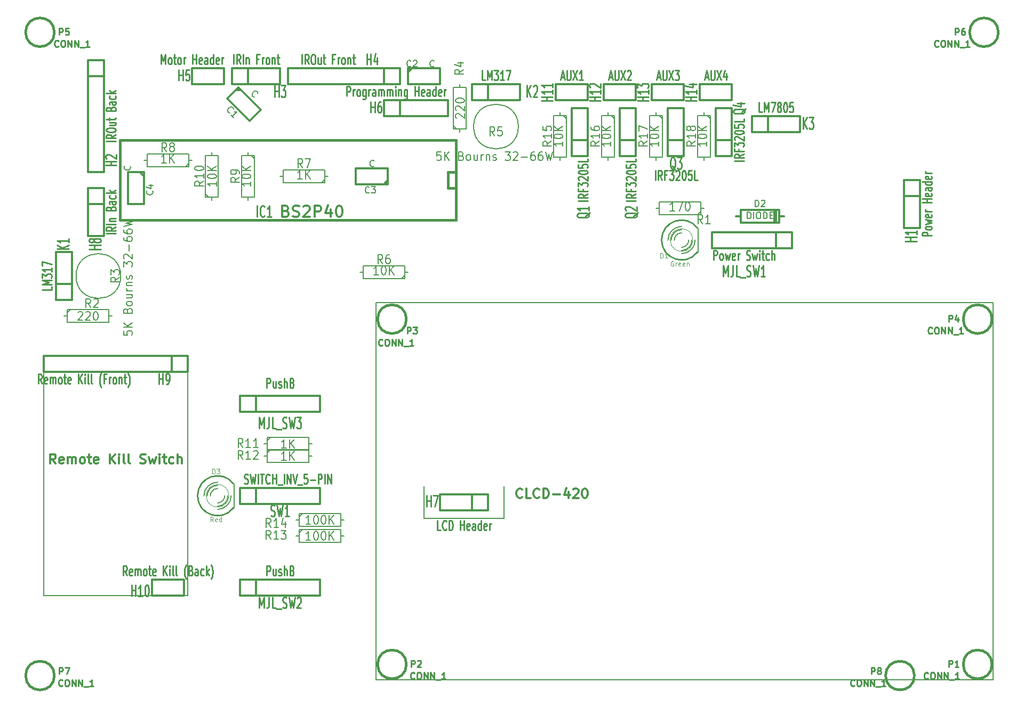
<source format=gto>
G04 (created by PCBNEW (2013-07-07 BZR 4022)-stable) date 12/12/2015 1:39:09 PM*
%MOIN*%
G04 Gerber Fmt 3.4, Leading zero omitted, Abs format*
%FSLAX34Y34*%
G01*
G70*
G90*
G04 APERTURE LIST*
%ADD10C,0.00590551*%
%ADD11C,0.00787402*%
%ADD12C,0.011811*%
%ADD13C,0.012*%
%ADD14C,0.008*%
%ADD15C,0.003*%
%ADD16C,0.01*%
%ADD17C,0.006*%
%ADD18C,0.015*%
%ADD19C,0.0107*%
%ADD20C,0.0106*%
%ADD21C,0.0035*%
%ADD22C,0.01125*%
G04 APERTURE END LIST*
G54D10*
G54D11*
X53000Y-50650D02*
X53000Y-51650D01*
X48000Y-51650D02*
X48000Y-50650D01*
X53000Y-52650D02*
X53000Y-51650D01*
X48000Y-52650D02*
X53000Y-52650D01*
X48000Y-51650D02*
X48000Y-52650D01*
X45000Y-39150D02*
X48000Y-39150D01*
X48000Y-39150D02*
X65500Y-39150D01*
X45000Y-62772D02*
X45000Y-58441D01*
X45000Y-39150D02*
X45000Y-43480D01*
X83582Y-39150D02*
X45000Y-39150D01*
X83582Y-62772D02*
X83582Y-39150D01*
X45000Y-62772D02*
X83582Y-62772D01*
X45000Y-39150D02*
X45000Y-62772D01*
X33250Y-57500D02*
X24250Y-57500D01*
X33250Y-57500D02*
X32500Y-57500D01*
X33250Y-57500D02*
X33250Y-42500D01*
X24250Y-42500D02*
X24250Y-57500D01*
X33250Y-42500D02*
X24250Y-42500D01*
G54D12*
X54143Y-51332D02*
X54115Y-51360D01*
X54031Y-51389D01*
X53975Y-51389D01*
X53890Y-51360D01*
X53834Y-51304D01*
X53806Y-51248D01*
X53778Y-51135D01*
X53778Y-51051D01*
X53806Y-50939D01*
X53834Y-50882D01*
X53890Y-50826D01*
X53975Y-50798D01*
X54031Y-50798D01*
X54115Y-50826D01*
X54143Y-50854D01*
X54678Y-51389D02*
X54397Y-51389D01*
X54397Y-50798D01*
X55212Y-51332D02*
X55184Y-51360D01*
X55100Y-51389D01*
X55043Y-51389D01*
X54959Y-51360D01*
X54903Y-51304D01*
X54875Y-51248D01*
X54847Y-51135D01*
X54847Y-51051D01*
X54875Y-50939D01*
X54903Y-50882D01*
X54959Y-50826D01*
X55043Y-50798D01*
X55100Y-50798D01*
X55184Y-50826D01*
X55212Y-50854D01*
X55465Y-51389D02*
X55465Y-50798D01*
X55606Y-50798D01*
X55690Y-50826D01*
X55746Y-50882D01*
X55775Y-50939D01*
X55803Y-51051D01*
X55803Y-51135D01*
X55775Y-51248D01*
X55746Y-51304D01*
X55690Y-51360D01*
X55606Y-51389D01*
X55465Y-51389D01*
X56056Y-51164D02*
X56506Y-51164D01*
X57040Y-50995D02*
X57040Y-51389D01*
X56899Y-50770D02*
X56759Y-51192D01*
X57124Y-51192D01*
X57321Y-50854D02*
X57349Y-50826D01*
X57406Y-50798D01*
X57546Y-50798D01*
X57602Y-50826D01*
X57631Y-50854D01*
X57659Y-50910D01*
X57659Y-50967D01*
X57631Y-51051D01*
X57293Y-51389D01*
X57659Y-51389D01*
X58024Y-50798D02*
X58080Y-50798D01*
X58137Y-50826D01*
X58165Y-50854D01*
X58193Y-50910D01*
X58221Y-51023D01*
X58221Y-51164D01*
X58193Y-51276D01*
X58165Y-51332D01*
X58137Y-51360D01*
X58080Y-51389D01*
X58024Y-51389D01*
X57968Y-51360D01*
X57940Y-51332D01*
X57912Y-51276D01*
X57884Y-51164D01*
X57884Y-51023D01*
X57912Y-50910D01*
X57940Y-50854D01*
X57968Y-50826D01*
X58024Y-50798D01*
X24981Y-49239D02*
X24784Y-48957D01*
X24644Y-49239D02*
X24644Y-48648D01*
X24869Y-48648D01*
X24925Y-48676D01*
X24953Y-48704D01*
X24981Y-48760D01*
X24981Y-48845D01*
X24953Y-48901D01*
X24925Y-48929D01*
X24869Y-48957D01*
X24644Y-48957D01*
X25459Y-49210D02*
X25403Y-49239D01*
X25291Y-49239D01*
X25234Y-49210D01*
X25206Y-49154D01*
X25206Y-48929D01*
X25234Y-48873D01*
X25291Y-48845D01*
X25403Y-48845D01*
X25459Y-48873D01*
X25487Y-48929D01*
X25487Y-48985D01*
X25206Y-49042D01*
X25741Y-49239D02*
X25741Y-48845D01*
X25741Y-48901D02*
X25769Y-48873D01*
X25825Y-48845D01*
X25909Y-48845D01*
X25965Y-48873D01*
X25994Y-48929D01*
X25994Y-49239D01*
X25994Y-48929D02*
X26022Y-48873D01*
X26078Y-48845D01*
X26162Y-48845D01*
X26219Y-48873D01*
X26247Y-48929D01*
X26247Y-49239D01*
X26612Y-49239D02*
X26556Y-49210D01*
X26528Y-49182D01*
X26500Y-49126D01*
X26500Y-48957D01*
X26528Y-48901D01*
X26556Y-48873D01*
X26612Y-48845D01*
X26697Y-48845D01*
X26753Y-48873D01*
X26781Y-48901D01*
X26809Y-48957D01*
X26809Y-49126D01*
X26781Y-49182D01*
X26753Y-49210D01*
X26697Y-49239D01*
X26612Y-49239D01*
X26978Y-48845D02*
X27203Y-48845D01*
X27062Y-48648D02*
X27062Y-49154D01*
X27090Y-49210D01*
X27147Y-49239D01*
X27203Y-49239D01*
X27625Y-49210D02*
X27568Y-49239D01*
X27456Y-49239D01*
X27400Y-49210D01*
X27372Y-49154D01*
X27372Y-48929D01*
X27400Y-48873D01*
X27456Y-48845D01*
X27568Y-48845D01*
X27625Y-48873D01*
X27653Y-48929D01*
X27653Y-48985D01*
X27372Y-49042D01*
X28356Y-49239D02*
X28356Y-48648D01*
X28693Y-49239D02*
X28440Y-48901D01*
X28693Y-48648D02*
X28356Y-48985D01*
X28946Y-49239D02*
X28946Y-48845D01*
X28946Y-48648D02*
X28918Y-48676D01*
X28946Y-48704D01*
X28974Y-48676D01*
X28946Y-48648D01*
X28946Y-48704D01*
X29312Y-49239D02*
X29256Y-49210D01*
X29228Y-49154D01*
X29228Y-48648D01*
X29621Y-49239D02*
X29565Y-49210D01*
X29537Y-49154D01*
X29537Y-48648D01*
X30268Y-49210D02*
X30352Y-49239D01*
X30493Y-49239D01*
X30549Y-49210D01*
X30577Y-49182D01*
X30606Y-49126D01*
X30606Y-49070D01*
X30577Y-49014D01*
X30549Y-48985D01*
X30493Y-48957D01*
X30381Y-48929D01*
X30324Y-48901D01*
X30296Y-48873D01*
X30268Y-48817D01*
X30268Y-48760D01*
X30296Y-48704D01*
X30324Y-48676D01*
X30381Y-48648D01*
X30521Y-48648D01*
X30606Y-48676D01*
X30802Y-48845D02*
X30915Y-49239D01*
X31027Y-48957D01*
X31140Y-49239D01*
X31252Y-48845D01*
X31477Y-49239D02*
X31477Y-48845D01*
X31477Y-48648D02*
X31449Y-48676D01*
X31477Y-48704D01*
X31505Y-48676D01*
X31477Y-48648D01*
X31477Y-48704D01*
X31674Y-48845D02*
X31899Y-48845D01*
X31758Y-48648D02*
X31758Y-49154D01*
X31787Y-49210D01*
X31843Y-49239D01*
X31899Y-49239D01*
X32349Y-49210D02*
X32293Y-49239D01*
X32180Y-49239D01*
X32124Y-49210D01*
X32096Y-49182D01*
X32068Y-49126D01*
X32068Y-48957D01*
X32096Y-48901D01*
X32124Y-48873D01*
X32180Y-48845D01*
X32293Y-48845D01*
X32349Y-48873D01*
X32602Y-49239D02*
X32602Y-48648D01*
X32855Y-49239D02*
X32855Y-48929D01*
X32827Y-48873D01*
X32771Y-48845D01*
X32687Y-48845D01*
X32630Y-48873D01*
X32602Y-48901D01*
G54D13*
X24250Y-43500D02*
X24250Y-42500D01*
X24250Y-42500D02*
X33250Y-42500D01*
X33250Y-42500D02*
X33250Y-43500D01*
X24250Y-43500D02*
X33250Y-43500D01*
X32250Y-43500D02*
X32250Y-42500D01*
X46500Y-25500D02*
X46500Y-25500D01*
X46500Y-25500D02*
X39500Y-25500D01*
X39500Y-25500D02*
X39500Y-24500D01*
X39500Y-24500D02*
X46500Y-24500D01*
X46500Y-24500D02*
X46500Y-25500D01*
X45500Y-24500D02*
X45500Y-24500D01*
X45500Y-24500D02*
X45500Y-25500D01*
X28000Y-24000D02*
X28000Y-24000D01*
X28000Y-24000D02*
X28000Y-31000D01*
X28000Y-31000D02*
X27000Y-31000D01*
X27000Y-31000D02*
X27000Y-24000D01*
X27000Y-24000D02*
X28000Y-24000D01*
X27000Y-25000D02*
X27000Y-25000D01*
X27000Y-25000D02*
X28000Y-25000D01*
X36500Y-51750D02*
X36500Y-50750D01*
X36500Y-50750D02*
X41500Y-50750D01*
X41500Y-50750D02*
X41500Y-51750D01*
X41500Y-51750D02*
X36500Y-51750D01*
X37500Y-51750D02*
X37500Y-50750D01*
X36500Y-46000D02*
X36500Y-45000D01*
X36500Y-45000D02*
X41500Y-45000D01*
X41500Y-45000D02*
X41500Y-46000D01*
X41500Y-46000D02*
X36500Y-46000D01*
X37500Y-46000D02*
X37500Y-45000D01*
X36500Y-57500D02*
X36500Y-56500D01*
X36500Y-56500D02*
X41500Y-56500D01*
X41500Y-56500D02*
X41500Y-57500D01*
X41500Y-57500D02*
X36500Y-57500D01*
X37500Y-57500D02*
X37500Y-56500D01*
X71000Y-34750D02*
X71000Y-35750D01*
X71000Y-35750D02*
X66000Y-35750D01*
X66000Y-35750D02*
X66000Y-34750D01*
X66000Y-34750D02*
X71000Y-34750D01*
X70000Y-34750D02*
X70000Y-35750D01*
X45500Y-26500D02*
X45500Y-26500D01*
X45500Y-27500D02*
X45500Y-26500D01*
X45500Y-26500D02*
X45500Y-26500D01*
X45500Y-26500D02*
X49500Y-26500D01*
X49500Y-26500D02*
X49500Y-27500D01*
X49500Y-27500D02*
X45500Y-27500D01*
X46500Y-27500D02*
X46500Y-26500D01*
X52000Y-51150D02*
X52000Y-52150D01*
X52000Y-52150D02*
X49000Y-52150D01*
X49000Y-52150D02*
X49000Y-51150D01*
X49000Y-51150D02*
X52000Y-51150D01*
X51000Y-52150D02*
X51000Y-51150D01*
X58250Y-30000D02*
X57250Y-30000D01*
X57250Y-30000D02*
X57250Y-27000D01*
X57250Y-27000D02*
X58250Y-27000D01*
X58250Y-27000D02*
X58250Y-30000D01*
X57250Y-29000D02*
X58250Y-29000D01*
X61250Y-30000D02*
X60250Y-30000D01*
X60250Y-30000D02*
X60250Y-27000D01*
X60250Y-27000D02*
X61250Y-27000D01*
X61250Y-27000D02*
X61250Y-30000D01*
X60250Y-29000D02*
X61250Y-29000D01*
X78000Y-31500D02*
X79000Y-31500D01*
X79000Y-31500D02*
X79000Y-34500D01*
X79000Y-34500D02*
X78000Y-34500D01*
X78000Y-34500D02*
X78000Y-31500D01*
X79000Y-32500D02*
X78000Y-32500D01*
X64250Y-30000D02*
X63250Y-30000D01*
X63250Y-30000D02*
X63250Y-27000D01*
X63250Y-27000D02*
X64250Y-27000D01*
X64250Y-27000D02*
X64250Y-30000D01*
X63250Y-29000D02*
X64250Y-29000D01*
X67250Y-30000D02*
X66250Y-30000D01*
X66250Y-30000D02*
X66250Y-27000D01*
X66250Y-27000D02*
X67250Y-27000D01*
X67250Y-27000D02*
X67250Y-30000D01*
X66250Y-29000D02*
X67250Y-29000D01*
X26000Y-39000D02*
X25000Y-39000D01*
X25000Y-39000D02*
X25000Y-36000D01*
X25000Y-36000D02*
X26000Y-36000D01*
X26000Y-36000D02*
X26000Y-39000D01*
X25000Y-38000D02*
X26000Y-38000D01*
X27000Y-32000D02*
X28000Y-32000D01*
X28000Y-32000D02*
X28000Y-35000D01*
X28000Y-35000D02*
X27000Y-35000D01*
X27000Y-35000D02*
X27000Y-32000D01*
X28000Y-33000D02*
X27000Y-33000D01*
X51000Y-26500D02*
X51000Y-25500D01*
X51000Y-25500D02*
X54000Y-25500D01*
X54000Y-25500D02*
X54000Y-26500D01*
X54000Y-26500D02*
X51000Y-26500D01*
X52000Y-25500D02*
X52000Y-26500D01*
X68500Y-28500D02*
X68500Y-27500D01*
X68500Y-27500D02*
X71500Y-27500D01*
X71500Y-27500D02*
X71500Y-28500D01*
X71500Y-28500D02*
X68500Y-28500D01*
X69500Y-27500D02*
X69500Y-28500D01*
X36000Y-25500D02*
X36000Y-24500D01*
X36000Y-24500D02*
X39000Y-24500D01*
X39000Y-24500D02*
X39000Y-25500D01*
X39000Y-25500D02*
X36000Y-25500D01*
X37000Y-24500D02*
X37000Y-25500D01*
X62250Y-26500D02*
X62250Y-25500D01*
X62250Y-25500D02*
X64250Y-25500D01*
X64250Y-25500D02*
X64250Y-26500D01*
X64250Y-26500D02*
X62250Y-26500D01*
X65250Y-26500D02*
X65250Y-25500D01*
X65250Y-25500D02*
X67250Y-25500D01*
X67250Y-25500D02*
X67250Y-26500D01*
X67250Y-26500D02*
X65250Y-26500D01*
X59250Y-26500D02*
X59250Y-25500D01*
X59250Y-25500D02*
X61250Y-25500D01*
X61250Y-25500D02*
X61250Y-26500D01*
X61250Y-26500D02*
X59250Y-26500D01*
X56250Y-26500D02*
X56250Y-25500D01*
X56250Y-25500D02*
X58250Y-25500D01*
X58250Y-25500D02*
X58250Y-26500D01*
X58250Y-26500D02*
X56250Y-26500D01*
X33500Y-25500D02*
X33500Y-24500D01*
X33500Y-24500D02*
X35500Y-24500D01*
X35500Y-24500D02*
X35500Y-25500D01*
X35500Y-25500D02*
X33500Y-25500D01*
X31000Y-57500D02*
X31000Y-56500D01*
X31000Y-56500D02*
X33000Y-56500D01*
X33000Y-56500D02*
X33000Y-57500D01*
X33000Y-57500D02*
X31000Y-57500D01*
G54D14*
X29050Y-37500D02*
G75*
G03X29050Y-37500I-1400J0D01*
G74*
G01*
X53900Y-28150D02*
G75*
G03X53900Y-28150I-1400J0D01*
G74*
G01*
X62500Y-27250D02*
X62500Y-27450D01*
X62500Y-30250D02*
X62500Y-30050D01*
X62500Y-30050D02*
X62900Y-30050D01*
X62900Y-30050D02*
X62900Y-27450D01*
X62900Y-27450D02*
X62100Y-27450D01*
X62100Y-27450D02*
X62100Y-30050D01*
X62100Y-30050D02*
X62500Y-30050D01*
X62700Y-27450D02*
X62900Y-27650D01*
X59500Y-27250D02*
X59500Y-27450D01*
X59500Y-30250D02*
X59500Y-30050D01*
X59500Y-30050D02*
X59900Y-30050D01*
X59900Y-30050D02*
X59900Y-27450D01*
X59900Y-27450D02*
X59100Y-27450D01*
X59100Y-27450D02*
X59100Y-30050D01*
X59100Y-30050D02*
X59500Y-30050D01*
X59700Y-27450D02*
X59900Y-27650D01*
X65500Y-27250D02*
X65500Y-27450D01*
X65500Y-30250D02*
X65500Y-30050D01*
X65500Y-30050D02*
X65900Y-30050D01*
X65900Y-30050D02*
X65900Y-27450D01*
X65900Y-27450D02*
X65100Y-27450D01*
X65100Y-27450D02*
X65100Y-30050D01*
X65100Y-30050D02*
X65500Y-30050D01*
X65700Y-27450D02*
X65900Y-27650D01*
X56500Y-27250D02*
X56500Y-27450D01*
X56500Y-30250D02*
X56500Y-30050D01*
X56500Y-30050D02*
X56900Y-30050D01*
X56900Y-30050D02*
X56900Y-27450D01*
X56900Y-27450D02*
X56100Y-27450D01*
X56100Y-27450D02*
X56100Y-30050D01*
X56100Y-30050D02*
X56500Y-30050D01*
X56700Y-27450D02*
X56900Y-27650D01*
X34750Y-32750D02*
X34750Y-32550D01*
X34750Y-29750D02*
X34750Y-29950D01*
X34750Y-29950D02*
X34350Y-29950D01*
X34350Y-29950D02*
X34350Y-32550D01*
X34350Y-32550D02*
X35150Y-32550D01*
X35150Y-32550D02*
X35150Y-29950D01*
X35150Y-29950D02*
X34750Y-29950D01*
X34550Y-32550D02*
X34350Y-32350D01*
X40000Y-52750D02*
X40200Y-52750D01*
X43000Y-52750D02*
X42800Y-52750D01*
X42800Y-52750D02*
X42800Y-52350D01*
X42800Y-52350D02*
X40200Y-52350D01*
X40200Y-52350D02*
X40200Y-53150D01*
X40200Y-53150D02*
X42800Y-53150D01*
X42800Y-53150D02*
X42800Y-52750D01*
X40200Y-52550D02*
X40400Y-52350D01*
X38000Y-48000D02*
X38200Y-48000D01*
X41000Y-48000D02*
X40800Y-48000D01*
X40800Y-48000D02*
X40800Y-47600D01*
X40800Y-47600D02*
X38200Y-47600D01*
X38200Y-47600D02*
X38200Y-48400D01*
X38200Y-48400D02*
X40800Y-48400D01*
X40800Y-48400D02*
X40800Y-48000D01*
X38200Y-47800D02*
X38400Y-47600D01*
X38000Y-48750D02*
X38200Y-48750D01*
X41000Y-48750D02*
X40800Y-48750D01*
X40800Y-48750D02*
X40800Y-48350D01*
X40800Y-48350D02*
X38200Y-48350D01*
X38200Y-48350D02*
X38200Y-49150D01*
X38200Y-49150D02*
X40800Y-49150D01*
X40800Y-49150D02*
X40800Y-48750D01*
X38200Y-48550D02*
X38400Y-48350D01*
X37000Y-29750D02*
X37000Y-29950D01*
X37000Y-32750D02*
X37000Y-32550D01*
X37000Y-32550D02*
X37400Y-32550D01*
X37400Y-32550D02*
X37400Y-29950D01*
X37400Y-29950D02*
X36600Y-29950D01*
X36600Y-29950D02*
X36600Y-32550D01*
X36600Y-32550D02*
X37000Y-32550D01*
X37200Y-29950D02*
X37400Y-30150D01*
X65500Y-33250D02*
X65300Y-33250D01*
X62500Y-33250D02*
X62700Y-33250D01*
X62700Y-33250D02*
X62700Y-33650D01*
X62700Y-33650D02*
X65300Y-33650D01*
X65300Y-33650D02*
X65300Y-32850D01*
X65300Y-32850D02*
X62700Y-32850D01*
X62700Y-32850D02*
X62700Y-33250D01*
X65300Y-33450D02*
X65100Y-33650D01*
X40000Y-53750D02*
X40200Y-53750D01*
X43000Y-53750D02*
X42800Y-53750D01*
X42800Y-53750D02*
X42800Y-53350D01*
X42800Y-53350D02*
X40200Y-53350D01*
X40200Y-53350D02*
X40200Y-54150D01*
X40200Y-54150D02*
X42800Y-54150D01*
X42800Y-54150D02*
X42800Y-53750D01*
X40200Y-53550D02*
X40400Y-53350D01*
X47000Y-37250D02*
X46800Y-37250D01*
X44000Y-37250D02*
X44200Y-37250D01*
X44200Y-37250D02*
X44200Y-37650D01*
X44200Y-37650D02*
X46800Y-37650D01*
X46800Y-37650D02*
X46800Y-36850D01*
X46800Y-36850D02*
X44200Y-36850D01*
X44200Y-36850D02*
X44200Y-37250D01*
X46800Y-37450D02*
X46600Y-37650D01*
X50250Y-28500D02*
X50250Y-28300D01*
X50250Y-25500D02*
X50250Y-25700D01*
X50250Y-25700D02*
X49850Y-25700D01*
X49850Y-25700D02*
X49850Y-28300D01*
X49850Y-28300D02*
X50650Y-28300D01*
X50650Y-28300D02*
X50650Y-25700D01*
X50650Y-25700D02*
X50250Y-25700D01*
X50050Y-28300D02*
X49850Y-28100D01*
X33500Y-30250D02*
X33300Y-30250D01*
X30500Y-30250D02*
X30700Y-30250D01*
X30700Y-30250D02*
X30700Y-30650D01*
X30700Y-30650D02*
X33300Y-30650D01*
X33300Y-30650D02*
X33300Y-29850D01*
X33300Y-29850D02*
X30700Y-29850D01*
X30700Y-29850D02*
X30700Y-30250D01*
X33300Y-30450D02*
X33100Y-30650D01*
X25500Y-40000D02*
X25700Y-40000D01*
X28500Y-40000D02*
X28300Y-40000D01*
X28300Y-40000D02*
X28300Y-39600D01*
X28300Y-39600D02*
X25700Y-39600D01*
X25700Y-39600D02*
X25700Y-40400D01*
X25700Y-40400D02*
X28300Y-40400D01*
X28300Y-40400D02*
X28300Y-40000D01*
X25700Y-39800D02*
X25900Y-39600D01*
X42000Y-31250D02*
X41800Y-31250D01*
X39000Y-31250D02*
X39200Y-31250D01*
X39200Y-31250D02*
X39200Y-31650D01*
X39200Y-31650D02*
X41800Y-31650D01*
X41800Y-31650D02*
X41800Y-30850D01*
X41800Y-30850D02*
X39200Y-30850D01*
X39200Y-30850D02*
X39200Y-31250D01*
X41800Y-31450D02*
X41600Y-31650D01*
X36120Y-52000D02*
X36120Y-50500D01*
G54D15*
X35807Y-51250D02*
G75*
G03X35807Y-51250I-707J0D01*
G74*
G01*
G54D16*
X36099Y-50499D02*
G75*
G03X36099Y-52000I-999J-750D01*
G74*
G01*
G54D17*
X35100Y-50800D02*
G75*
G03X34650Y-51250I0J-450D01*
G74*
G01*
X35100Y-51700D02*
G75*
G03X35550Y-51250I0J450D01*
G74*
G01*
X35100Y-50600D02*
G75*
G03X34450Y-51250I0J-650D01*
G74*
G01*
X35100Y-51900D02*
G75*
G03X35750Y-51250I0J650D01*
G74*
G01*
X35100Y-50400D02*
G75*
G03X34250Y-51250I0J-850D01*
G74*
G01*
X35100Y-52100D02*
G75*
G03X35950Y-51250I0J850D01*
G74*
G01*
G54D14*
X65120Y-36000D02*
X65120Y-34500D01*
G54D15*
X64807Y-35250D02*
G75*
G03X64807Y-35250I-707J0D01*
G74*
G01*
G54D16*
X65099Y-34499D02*
G75*
G03X65099Y-36000I-999J-750D01*
G74*
G01*
G54D17*
X64100Y-34800D02*
G75*
G03X63650Y-35250I0J-450D01*
G74*
G01*
X64100Y-35700D02*
G75*
G03X64550Y-35250I0J450D01*
G74*
G01*
X64100Y-34600D02*
G75*
G03X63450Y-35250I0J-650D01*
G74*
G01*
X64100Y-35900D02*
G75*
G03X64750Y-35250I0J650D01*
G74*
G01*
X64100Y-34400D02*
G75*
G03X63250Y-35250I0J-850D01*
G74*
G01*
X64100Y-36100D02*
G75*
G03X64950Y-35250I0J850D01*
G74*
G01*
G54D18*
X50000Y-32000D02*
X49500Y-32000D01*
X49500Y-32000D02*
X49500Y-31000D01*
X49500Y-31000D02*
X50000Y-31000D01*
X50000Y-34000D02*
X29000Y-34000D01*
X29000Y-34000D02*
X29000Y-29000D01*
X29000Y-29000D02*
X50000Y-29000D01*
X50000Y-29000D02*
X50000Y-34000D01*
G54D13*
X70500Y-33750D02*
X70200Y-33750D01*
X70200Y-33750D02*
X70200Y-33350D01*
X70200Y-33350D02*
X67800Y-33350D01*
X67800Y-33350D02*
X67800Y-33750D01*
X67800Y-33750D02*
X67500Y-33750D01*
X67800Y-33750D02*
X67800Y-34150D01*
X67800Y-34150D02*
X70200Y-34150D01*
X70200Y-34150D02*
X70200Y-33750D01*
X70000Y-33350D02*
X70000Y-34150D01*
X69900Y-34150D02*
X69900Y-33350D01*
X36410Y-25703D02*
X37810Y-27103D01*
X37810Y-27103D02*
X37103Y-27810D01*
X37103Y-27810D02*
X35689Y-26396D01*
X35689Y-26396D02*
X36396Y-25689D01*
X36219Y-25866D02*
X36573Y-25866D01*
X30500Y-31020D02*
X30500Y-33000D01*
X30500Y-33000D02*
X29500Y-33000D01*
X29500Y-33000D02*
X29500Y-31000D01*
X29500Y-31000D02*
X30500Y-31000D01*
X30250Y-31000D02*
X30500Y-31250D01*
X45730Y-31750D02*
X43750Y-31750D01*
X43750Y-31750D02*
X43750Y-30750D01*
X43750Y-30750D02*
X45750Y-30750D01*
X45750Y-30750D02*
X45750Y-31750D01*
X45750Y-31500D02*
X45500Y-31750D01*
X47020Y-24500D02*
X49000Y-24500D01*
X49000Y-24500D02*
X49000Y-25500D01*
X49000Y-25500D02*
X47000Y-25500D01*
X47000Y-25500D02*
X47000Y-24500D01*
X47000Y-24750D02*
X47250Y-24500D01*
G54D18*
X83500Y-61800D02*
G75*
G03X83500Y-61800I-900J0D01*
G74*
G01*
X46900Y-61800D02*
G75*
G03X46900Y-61800I-900J0D01*
G74*
G01*
X46900Y-40200D02*
G75*
G03X46900Y-40200I-900J0D01*
G74*
G01*
X83500Y-40200D02*
G75*
G03X83500Y-40200I-900J0D01*
G74*
G01*
X24900Y-22250D02*
G75*
G03X24900Y-22250I-900J0D01*
G74*
G01*
X83900Y-22250D02*
G75*
G03X83900Y-22250I-900J0D01*
G74*
G01*
X24900Y-62500D02*
G75*
G03X24900Y-62500I-900J0D01*
G74*
G01*
X78650Y-62500D02*
G75*
G03X78650Y-62500I-900J0D01*
G74*
G01*
G54D19*
X31423Y-44275D02*
X31423Y-43594D01*
X31423Y-43918D02*
X31668Y-43918D01*
X31668Y-44275D02*
X31668Y-43594D01*
X31892Y-44275D02*
X31974Y-44275D01*
X32014Y-44243D01*
X32035Y-44210D01*
X32076Y-44113D01*
X32096Y-43983D01*
X32096Y-43724D01*
X32076Y-43659D01*
X32055Y-43627D01*
X32014Y-43594D01*
X31933Y-43594D01*
X31892Y-43627D01*
X31872Y-43659D01*
X31851Y-43724D01*
X31851Y-43886D01*
X31872Y-43951D01*
X31892Y-43983D01*
X31933Y-44016D01*
X32014Y-44016D01*
X32055Y-43983D01*
X32076Y-43951D01*
X32096Y-43886D01*
G54D13*
G54D16*
X24121Y-44242D02*
X23988Y-43957D01*
X23892Y-44242D02*
X23892Y-43642D01*
X24045Y-43642D01*
X24083Y-43671D01*
X24102Y-43700D01*
X24121Y-43757D01*
X24121Y-43842D01*
X24102Y-43900D01*
X24083Y-43928D01*
X24045Y-43957D01*
X23892Y-43957D01*
X24445Y-44214D02*
X24407Y-44242D01*
X24330Y-44242D01*
X24292Y-44214D01*
X24273Y-44157D01*
X24273Y-43928D01*
X24292Y-43871D01*
X24330Y-43842D01*
X24407Y-43842D01*
X24445Y-43871D01*
X24464Y-43928D01*
X24464Y-43985D01*
X24273Y-44042D01*
X24635Y-44242D02*
X24635Y-43842D01*
X24635Y-43900D02*
X24654Y-43871D01*
X24692Y-43842D01*
X24750Y-43842D01*
X24788Y-43871D01*
X24807Y-43928D01*
X24807Y-44242D01*
X24807Y-43928D02*
X24826Y-43871D01*
X24864Y-43842D01*
X24921Y-43842D01*
X24959Y-43871D01*
X24978Y-43928D01*
X24978Y-44242D01*
X25226Y-44242D02*
X25188Y-44214D01*
X25169Y-44185D01*
X25150Y-44128D01*
X25150Y-43957D01*
X25169Y-43900D01*
X25188Y-43871D01*
X25226Y-43842D01*
X25283Y-43842D01*
X25321Y-43871D01*
X25340Y-43900D01*
X25359Y-43957D01*
X25359Y-44128D01*
X25340Y-44185D01*
X25321Y-44214D01*
X25283Y-44242D01*
X25226Y-44242D01*
X25473Y-43842D02*
X25626Y-43842D01*
X25530Y-43642D02*
X25530Y-44157D01*
X25550Y-44214D01*
X25588Y-44242D01*
X25626Y-44242D01*
X25911Y-44214D02*
X25873Y-44242D01*
X25797Y-44242D01*
X25759Y-44214D01*
X25740Y-44157D01*
X25740Y-43928D01*
X25759Y-43871D01*
X25797Y-43842D01*
X25873Y-43842D01*
X25911Y-43871D01*
X25930Y-43928D01*
X25930Y-43985D01*
X25740Y-44042D01*
X26407Y-44242D02*
X26407Y-43642D01*
X26635Y-44242D02*
X26464Y-43900D01*
X26635Y-43642D02*
X26407Y-43985D01*
X26807Y-44242D02*
X26807Y-43842D01*
X26807Y-43642D02*
X26788Y-43671D01*
X26807Y-43700D01*
X26826Y-43671D01*
X26807Y-43642D01*
X26807Y-43700D01*
X27054Y-44242D02*
X27016Y-44214D01*
X26997Y-44157D01*
X26997Y-43642D01*
X27264Y-44242D02*
X27226Y-44214D01*
X27207Y-44157D01*
X27207Y-43642D01*
X27835Y-44471D02*
X27816Y-44442D01*
X27778Y-44357D01*
X27759Y-44300D01*
X27740Y-44214D01*
X27721Y-44071D01*
X27721Y-43957D01*
X27740Y-43814D01*
X27759Y-43728D01*
X27778Y-43671D01*
X27816Y-43585D01*
X27835Y-43557D01*
X28121Y-43928D02*
X27988Y-43928D01*
X27988Y-44242D02*
X27988Y-43642D01*
X28178Y-43642D01*
X28330Y-44242D02*
X28330Y-43842D01*
X28330Y-43957D02*
X28350Y-43900D01*
X28369Y-43871D01*
X28407Y-43842D01*
X28445Y-43842D01*
X28635Y-44242D02*
X28597Y-44214D01*
X28578Y-44185D01*
X28559Y-44128D01*
X28559Y-43957D01*
X28578Y-43900D01*
X28597Y-43871D01*
X28635Y-43842D01*
X28692Y-43842D01*
X28730Y-43871D01*
X28749Y-43900D01*
X28769Y-43957D01*
X28769Y-44128D01*
X28749Y-44185D01*
X28730Y-44214D01*
X28692Y-44242D01*
X28635Y-44242D01*
X28940Y-43842D02*
X28940Y-44242D01*
X28940Y-43900D02*
X28959Y-43871D01*
X28997Y-43842D01*
X29054Y-43842D01*
X29092Y-43871D01*
X29111Y-43928D01*
X29111Y-44242D01*
X29245Y-43842D02*
X29397Y-43842D01*
X29302Y-43642D02*
X29302Y-44157D01*
X29321Y-44214D01*
X29359Y-44242D01*
X29397Y-44242D01*
X29492Y-44471D02*
X29511Y-44442D01*
X29549Y-44357D01*
X29569Y-44300D01*
X29588Y-44214D01*
X29607Y-44071D01*
X29607Y-43957D01*
X29588Y-43814D01*
X29569Y-43728D01*
X29549Y-43671D01*
X29511Y-43585D01*
X29492Y-43557D01*
G54D13*
G54D19*
X44423Y-24275D02*
X44423Y-23594D01*
X44423Y-23918D02*
X44668Y-23918D01*
X44668Y-24275D02*
X44668Y-23594D01*
X45055Y-23821D02*
X45055Y-24275D01*
X44953Y-23562D02*
X44851Y-24048D01*
X45116Y-24048D01*
G54D13*
G54D16*
X40371Y-24242D02*
X40371Y-23642D01*
X40790Y-24242D02*
X40657Y-23957D01*
X40561Y-24242D02*
X40561Y-23642D01*
X40714Y-23642D01*
X40752Y-23671D01*
X40771Y-23700D01*
X40790Y-23757D01*
X40790Y-23842D01*
X40771Y-23900D01*
X40752Y-23928D01*
X40714Y-23957D01*
X40561Y-23957D01*
X41038Y-23642D02*
X41114Y-23642D01*
X41152Y-23671D01*
X41190Y-23728D01*
X41209Y-23842D01*
X41209Y-24042D01*
X41190Y-24157D01*
X41152Y-24214D01*
X41114Y-24242D01*
X41038Y-24242D01*
X41000Y-24214D01*
X40961Y-24157D01*
X40942Y-24042D01*
X40942Y-23842D01*
X40961Y-23728D01*
X41000Y-23671D01*
X41038Y-23642D01*
X41552Y-23842D02*
X41552Y-24242D01*
X41380Y-23842D02*
X41380Y-24157D01*
X41400Y-24214D01*
X41438Y-24242D01*
X41495Y-24242D01*
X41533Y-24214D01*
X41552Y-24185D01*
X41685Y-23842D02*
X41838Y-23842D01*
X41742Y-23642D02*
X41742Y-24157D01*
X41761Y-24214D01*
X41800Y-24242D01*
X41838Y-24242D01*
X42409Y-23928D02*
X42276Y-23928D01*
X42276Y-24242D02*
X42276Y-23642D01*
X42466Y-23642D01*
X42619Y-24242D02*
X42619Y-23842D01*
X42619Y-23957D02*
X42638Y-23900D01*
X42657Y-23871D01*
X42695Y-23842D01*
X42733Y-23842D01*
X42923Y-24242D02*
X42885Y-24214D01*
X42866Y-24185D01*
X42847Y-24128D01*
X42847Y-23957D01*
X42866Y-23900D01*
X42885Y-23871D01*
X42923Y-23842D01*
X42980Y-23842D01*
X43019Y-23871D01*
X43038Y-23900D01*
X43057Y-23957D01*
X43057Y-24128D01*
X43038Y-24185D01*
X43019Y-24214D01*
X42980Y-24242D01*
X42923Y-24242D01*
X43228Y-23842D02*
X43228Y-24242D01*
X43228Y-23900D02*
X43247Y-23871D01*
X43285Y-23842D01*
X43342Y-23842D01*
X43380Y-23871D01*
X43400Y-23928D01*
X43400Y-24242D01*
X43533Y-23842D02*
X43685Y-23842D01*
X43590Y-23642D02*
X43590Y-24157D01*
X43609Y-24214D01*
X43647Y-24242D01*
X43685Y-24242D01*
G54D13*
G54D19*
X28775Y-30576D02*
X28094Y-30576D01*
X28418Y-30576D02*
X28418Y-30331D01*
X28775Y-30331D02*
X28094Y-30331D01*
X28159Y-30148D02*
X28127Y-30127D01*
X28094Y-30086D01*
X28094Y-29985D01*
X28127Y-29944D01*
X28159Y-29923D01*
X28224Y-29903D01*
X28289Y-29903D01*
X28386Y-29923D01*
X28775Y-30168D01*
X28775Y-29903D01*
G54D13*
G54D16*
X28742Y-29071D02*
X28142Y-29071D01*
X28742Y-28652D02*
X28457Y-28785D01*
X28742Y-28880D02*
X28142Y-28880D01*
X28142Y-28728D01*
X28171Y-28690D01*
X28200Y-28671D01*
X28257Y-28652D01*
X28342Y-28652D01*
X28400Y-28671D01*
X28428Y-28690D01*
X28457Y-28728D01*
X28457Y-28880D01*
X28142Y-28404D02*
X28142Y-28328D01*
X28171Y-28290D01*
X28228Y-28252D01*
X28342Y-28233D01*
X28542Y-28233D01*
X28657Y-28252D01*
X28714Y-28290D01*
X28742Y-28328D01*
X28742Y-28404D01*
X28714Y-28442D01*
X28657Y-28480D01*
X28542Y-28499D01*
X28342Y-28499D01*
X28228Y-28480D01*
X28171Y-28442D01*
X28142Y-28404D01*
X28342Y-27890D02*
X28742Y-27890D01*
X28342Y-28061D02*
X28657Y-28061D01*
X28714Y-28042D01*
X28742Y-28004D01*
X28742Y-27947D01*
X28714Y-27909D01*
X28685Y-27890D01*
X28342Y-27757D02*
X28342Y-27604D01*
X28142Y-27699D02*
X28657Y-27699D01*
X28714Y-27680D01*
X28742Y-27642D01*
X28742Y-27604D01*
X28428Y-27033D02*
X28457Y-26976D01*
X28485Y-26957D01*
X28542Y-26938D01*
X28628Y-26938D01*
X28685Y-26957D01*
X28714Y-26976D01*
X28742Y-27014D01*
X28742Y-27166D01*
X28142Y-27166D01*
X28142Y-27033D01*
X28171Y-26995D01*
X28200Y-26976D01*
X28257Y-26957D01*
X28314Y-26957D01*
X28371Y-26976D01*
X28400Y-26995D01*
X28428Y-27033D01*
X28428Y-27166D01*
X28742Y-26595D02*
X28428Y-26595D01*
X28371Y-26614D01*
X28342Y-26652D01*
X28342Y-26728D01*
X28371Y-26766D01*
X28714Y-26595D02*
X28742Y-26633D01*
X28742Y-26728D01*
X28714Y-26766D01*
X28657Y-26785D01*
X28600Y-26785D01*
X28542Y-26766D01*
X28514Y-26728D01*
X28514Y-26633D01*
X28485Y-26595D01*
X28714Y-26233D02*
X28742Y-26271D01*
X28742Y-26347D01*
X28714Y-26385D01*
X28685Y-26404D01*
X28628Y-26423D01*
X28457Y-26423D01*
X28400Y-26404D01*
X28371Y-26385D01*
X28342Y-26347D01*
X28342Y-26271D01*
X28371Y-26233D01*
X28742Y-26061D02*
X28142Y-26061D01*
X28514Y-26023D02*
X28742Y-25909D01*
X28342Y-25909D02*
X28571Y-26061D01*
G54D13*
G54D19*
X38429Y-52493D02*
X38490Y-52525D01*
X38592Y-52525D01*
X38633Y-52493D01*
X38653Y-52460D01*
X38673Y-52395D01*
X38673Y-52331D01*
X38653Y-52266D01*
X38633Y-52233D01*
X38592Y-52201D01*
X38510Y-52168D01*
X38470Y-52136D01*
X38449Y-52104D01*
X38429Y-52039D01*
X38429Y-51974D01*
X38449Y-51909D01*
X38470Y-51877D01*
X38510Y-51844D01*
X38612Y-51844D01*
X38673Y-51877D01*
X38816Y-51844D02*
X38918Y-52525D01*
X39000Y-52039D01*
X39081Y-52525D01*
X39183Y-51844D01*
X39570Y-52525D02*
X39326Y-52525D01*
X39448Y-52525D02*
X39448Y-51844D01*
X39407Y-51941D01*
X39366Y-52006D01*
X39326Y-52039D01*
G54D13*
G54D16*
X36776Y-50464D02*
X36833Y-50492D01*
X36928Y-50492D01*
X36966Y-50464D01*
X36985Y-50435D01*
X37004Y-50378D01*
X37004Y-50321D01*
X36985Y-50264D01*
X36966Y-50235D01*
X36928Y-50207D01*
X36852Y-50178D01*
X36814Y-50150D01*
X36795Y-50121D01*
X36776Y-50064D01*
X36776Y-50007D01*
X36795Y-49950D01*
X36814Y-49921D01*
X36852Y-49892D01*
X36947Y-49892D01*
X37004Y-49921D01*
X37138Y-49892D02*
X37233Y-50492D01*
X37309Y-50064D01*
X37385Y-50492D01*
X37480Y-49892D01*
X37633Y-50492D02*
X37633Y-49892D01*
X37766Y-49892D02*
X37995Y-49892D01*
X37880Y-50492D02*
X37880Y-49892D01*
X38357Y-50435D02*
X38338Y-50464D01*
X38280Y-50492D01*
X38242Y-50492D01*
X38185Y-50464D01*
X38147Y-50407D01*
X38128Y-50350D01*
X38109Y-50235D01*
X38109Y-50150D01*
X38128Y-50035D01*
X38147Y-49978D01*
X38185Y-49921D01*
X38242Y-49892D01*
X38280Y-49892D01*
X38338Y-49921D01*
X38357Y-49950D01*
X38528Y-50492D02*
X38528Y-49892D01*
X38528Y-50178D02*
X38757Y-50178D01*
X38757Y-50492D02*
X38757Y-49892D01*
X38852Y-50550D02*
X39157Y-50550D01*
X39252Y-50492D02*
X39252Y-49892D01*
X39442Y-50492D02*
X39442Y-49892D01*
X39671Y-50492D01*
X39671Y-49892D01*
X39804Y-49892D02*
X39938Y-50492D01*
X40071Y-49892D01*
X40109Y-50550D02*
X40414Y-50550D01*
X40700Y-49892D02*
X40509Y-49892D01*
X40490Y-50178D01*
X40509Y-50150D01*
X40547Y-50121D01*
X40642Y-50121D01*
X40680Y-50150D01*
X40700Y-50178D01*
X40719Y-50235D01*
X40719Y-50378D01*
X40700Y-50435D01*
X40680Y-50464D01*
X40642Y-50492D01*
X40547Y-50492D01*
X40509Y-50464D01*
X40490Y-50435D01*
X40890Y-50264D02*
X41195Y-50264D01*
X41385Y-50492D02*
X41385Y-49892D01*
X41538Y-49892D01*
X41576Y-49921D01*
X41595Y-49950D01*
X41614Y-50007D01*
X41614Y-50092D01*
X41595Y-50150D01*
X41576Y-50178D01*
X41538Y-50207D01*
X41385Y-50207D01*
X41785Y-50492D02*
X41785Y-49892D01*
X41976Y-50492D02*
X41976Y-49892D01*
X42204Y-50492D01*
X42204Y-49892D01*
G54D13*
G54D19*
X37705Y-47025D02*
X37705Y-46344D01*
X37848Y-46831D01*
X37991Y-46344D01*
X37991Y-47025D01*
X38317Y-46344D02*
X38317Y-46831D01*
X38296Y-46928D01*
X38256Y-46993D01*
X38194Y-47025D01*
X38154Y-47025D01*
X38724Y-47025D02*
X38521Y-47025D01*
X38521Y-46344D01*
X38765Y-47090D02*
X39091Y-47090D01*
X39173Y-46993D02*
X39234Y-47025D01*
X39336Y-47025D01*
X39377Y-46993D01*
X39397Y-46960D01*
X39417Y-46895D01*
X39417Y-46831D01*
X39397Y-46766D01*
X39377Y-46733D01*
X39336Y-46701D01*
X39254Y-46668D01*
X39214Y-46636D01*
X39193Y-46604D01*
X39173Y-46539D01*
X39173Y-46474D01*
X39193Y-46409D01*
X39214Y-46377D01*
X39254Y-46344D01*
X39356Y-46344D01*
X39417Y-46377D01*
X39560Y-46344D02*
X39662Y-47025D01*
X39743Y-46539D01*
X39825Y-47025D01*
X39927Y-46344D01*
X40049Y-46344D02*
X40314Y-46344D01*
X40171Y-46604D01*
X40233Y-46604D01*
X40273Y-46636D01*
X40294Y-46668D01*
X40314Y-46733D01*
X40314Y-46895D01*
X40294Y-46960D01*
X40273Y-46993D01*
X40233Y-47025D01*
X40110Y-47025D01*
X40070Y-46993D01*
X40049Y-46960D01*
G54D13*
G54D16*
X38171Y-44492D02*
X38171Y-43892D01*
X38323Y-43892D01*
X38361Y-43921D01*
X38380Y-43950D01*
X38400Y-44007D01*
X38400Y-44092D01*
X38380Y-44150D01*
X38361Y-44178D01*
X38323Y-44207D01*
X38171Y-44207D01*
X38742Y-44092D02*
X38742Y-44492D01*
X38571Y-44092D02*
X38571Y-44407D01*
X38590Y-44464D01*
X38628Y-44492D01*
X38685Y-44492D01*
X38723Y-44464D01*
X38742Y-44435D01*
X38914Y-44464D02*
X38952Y-44492D01*
X39028Y-44492D01*
X39066Y-44464D01*
X39085Y-44407D01*
X39085Y-44378D01*
X39066Y-44321D01*
X39028Y-44292D01*
X38971Y-44292D01*
X38933Y-44264D01*
X38914Y-44207D01*
X38914Y-44178D01*
X38933Y-44121D01*
X38971Y-44092D01*
X39028Y-44092D01*
X39066Y-44121D01*
X39257Y-44492D02*
X39257Y-43892D01*
X39428Y-44492D02*
X39428Y-44178D01*
X39409Y-44121D01*
X39371Y-44092D01*
X39314Y-44092D01*
X39276Y-44121D01*
X39257Y-44150D01*
X39752Y-44178D02*
X39809Y-44207D01*
X39828Y-44235D01*
X39847Y-44292D01*
X39847Y-44378D01*
X39828Y-44435D01*
X39809Y-44464D01*
X39771Y-44492D01*
X39619Y-44492D01*
X39619Y-43892D01*
X39752Y-43892D01*
X39790Y-43921D01*
X39809Y-43950D01*
X39828Y-44007D01*
X39828Y-44064D01*
X39809Y-44121D01*
X39790Y-44150D01*
X39752Y-44178D01*
X39619Y-44178D01*
G54D13*
G54D19*
X37705Y-58275D02*
X37705Y-57594D01*
X37848Y-58081D01*
X37991Y-57594D01*
X37991Y-58275D01*
X38317Y-57594D02*
X38317Y-58081D01*
X38296Y-58178D01*
X38256Y-58243D01*
X38194Y-58275D01*
X38154Y-58275D01*
X38724Y-58275D02*
X38521Y-58275D01*
X38521Y-57594D01*
X38765Y-58340D02*
X39091Y-58340D01*
X39173Y-58243D02*
X39234Y-58275D01*
X39336Y-58275D01*
X39377Y-58243D01*
X39397Y-58210D01*
X39417Y-58145D01*
X39417Y-58081D01*
X39397Y-58016D01*
X39377Y-57983D01*
X39336Y-57951D01*
X39254Y-57918D01*
X39214Y-57886D01*
X39193Y-57854D01*
X39173Y-57789D01*
X39173Y-57724D01*
X39193Y-57659D01*
X39214Y-57627D01*
X39254Y-57594D01*
X39356Y-57594D01*
X39417Y-57627D01*
X39560Y-57594D02*
X39662Y-58275D01*
X39743Y-57789D01*
X39825Y-58275D01*
X39927Y-57594D01*
X40070Y-57659D02*
X40090Y-57627D01*
X40131Y-57594D01*
X40233Y-57594D01*
X40273Y-57627D01*
X40294Y-57659D01*
X40314Y-57724D01*
X40314Y-57789D01*
X40294Y-57886D01*
X40049Y-58275D01*
X40314Y-58275D01*
G54D13*
G54D16*
X38171Y-56242D02*
X38171Y-55642D01*
X38323Y-55642D01*
X38361Y-55671D01*
X38380Y-55700D01*
X38400Y-55757D01*
X38400Y-55842D01*
X38380Y-55900D01*
X38361Y-55928D01*
X38323Y-55957D01*
X38171Y-55957D01*
X38742Y-55842D02*
X38742Y-56242D01*
X38571Y-55842D02*
X38571Y-56157D01*
X38590Y-56214D01*
X38628Y-56242D01*
X38685Y-56242D01*
X38723Y-56214D01*
X38742Y-56185D01*
X38914Y-56214D02*
X38952Y-56242D01*
X39028Y-56242D01*
X39066Y-56214D01*
X39085Y-56157D01*
X39085Y-56128D01*
X39066Y-56071D01*
X39028Y-56042D01*
X38971Y-56042D01*
X38933Y-56014D01*
X38914Y-55957D01*
X38914Y-55928D01*
X38933Y-55871D01*
X38971Y-55842D01*
X39028Y-55842D01*
X39066Y-55871D01*
X39257Y-56242D02*
X39257Y-55642D01*
X39428Y-56242D02*
X39428Y-55928D01*
X39409Y-55871D01*
X39371Y-55842D01*
X39314Y-55842D01*
X39276Y-55871D01*
X39257Y-55900D01*
X39752Y-55928D02*
X39809Y-55957D01*
X39828Y-55985D01*
X39847Y-56042D01*
X39847Y-56128D01*
X39828Y-56185D01*
X39809Y-56214D01*
X39771Y-56242D01*
X39619Y-56242D01*
X39619Y-55642D01*
X39752Y-55642D01*
X39790Y-55671D01*
X39809Y-55700D01*
X39828Y-55757D01*
X39828Y-55814D01*
X39809Y-55871D01*
X39790Y-55900D01*
X39752Y-55928D01*
X39619Y-55928D01*
G54D13*
G54D19*
X66705Y-37525D02*
X66705Y-36844D01*
X66848Y-37331D01*
X66991Y-36844D01*
X66991Y-37525D01*
X67317Y-36844D02*
X67317Y-37331D01*
X67296Y-37428D01*
X67256Y-37493D01*
X67194Y-37525D01*
X67154Y-37525D01*
X67724Y-37525D02*
X67521Y-37525D01*
X67521Y-36844D01*
X67765Y-37590D02*
X68091Y-37590D01*
X68173Y-37493D02*
X68234Y-37525D01*
X68336Y-37525D01*
X68377Y-37493D01*
X68397Y-37460D01*
X68417Y-37395D01*
X68417Y-37331D01*
X68397Y-37266D01*
X68377Y-37233D01*
X68336Y-37201D01*
X68254Y-37168D01*
X68214Y-37136D01*
X68193Y-37104D01*
X68173Y-37039D01*
X68173Y-36974D01*
X68193Y-36909D01*
X68214Y-36877D01*
X68254Y-36844D01*
X68356Y-36844D01*
X68417Y-36877D01*
X68560Y-36844D02*
X68662Y-37525D01*
X68743Y-37039D01*
X68825Y-37525D01*
X68927Y-36844D01*
X69314Y-37525D02*
X69070Y-37525D01*
X69192Y-37525D02*
X69192Y-36844D01*
X69151Y-36941D01*
X69110Y-37006D01*
X69070Y-37039D01*
G54D13*
G54D16*
X66095Y-36492D02*
X66095Y-35892D01*
X66247Y-35892D01*
X66285Y-35921D01*
X66304Y-35950D01*
X66323Y-36007D01*
X66323Y-36092D01*
X66304Y-36150D01*
X66285Y-36178D01*
X66247Y-36207D01*
X66095Y-36207D01*
X66552Y-36492D02*
X66514Y-36464D01*
X66495Y-36435D01*
X66476Y-36378D01*
X66476Y-36207D01*
X66495Y-36150D01*
X66514Y-36121D01*
X66552Y-36092D01*
X66609Y-36092D01*
X66647Y-36121D01*
X66666Y-36150D01*
X66685Y-36207D01*
X66685Y-36378D01*
X66666Y-36435D01*
X66647Y-36464D01*
X66609Y-36492D01*
X66552Y-36492D01*
X66819Y-36092D02*
X66895Y-36492D01*
X66971Y-36207D01*
X67047Y-36492D01*
X67123Y-36092D01*
X67428Y-36464D02*
X67390Y-36492D01*
X67314Y-36492D01*
X67276Y-36464D01*
X67257Y-36407D01*
X67257Y-36178D01*
X67276Y-36121D01*
X67314Y-36092D01*
X67390Y-36092D01*
X67428Y-36121D01*
X67447Y-36178D01*
X67447Y-36235D01*
X67257Y-36292D01*
X67619Y-36492D02*
X67619Y-36092D01*
X67619Y-36207D02*
X67638Y-36150D01*
X67657Y-36121D01*
X67695Y-36092D01*
X67733Y-36092D01*
X68152Y-36464D02*
X68209Y-36492D01*
X68304Y-36492D01*
X68342Y-36464D01*
X68361Y-36435D01*
X68380Y-36378D01*
X68380Y-36321D01*
X68361Y-36264D01*
X68342Y-36235D01*
X68304Y-36207D01*
X68228Y-36178D01*
X68190Y-36150D01*
X68171Y-36121D01*
X68152Y-36064D01*
X68152Y-36007D01*
X68171Y-35950D01*
X68190Y-35921D01*
X68228Y-35892D01*
X68323Y-35892D01*
X68380Y-35921D01*
X68514Y-36092D02*
X68590Y-36492D01*
X68666Y-36207D01*
X68742Y-36492D01*
X68819Y-36092D01*
X68971Y-36492D02*
X68971Y-36092D01*
X68971Y-35892D02*
X68952Y-35921D01*
X68971Y-35950D01*
X68990Y-35921D01*
X68971Y-35892D01*
X68971Y-35950D01*
X69104Y-36092D02*
X69257Y-36092D01*
X69161Y-35892D02*
X69161Y-36407D01*
X69180Y-36464D01*
X69219Y-36492D01*
X69257Y-36492D01*
X69561Y-36464D02*
X69523Y-36492D01*
X69447Y-36492D01*
X69409Y-36464D01*
X69390Y-36435D01*
X69371Y-36378D01*
X69371Y-36207D01*
X69390Y-36150D01*
X69409Y-36121D01*
X69447Y-36092D01*
X69523Y-36092D01*
X69561Y-36121D01*
X69733Y-36492D02*
X69733Y-35892D01*
X69904Y-36492D02*
X69904Y-36178D01*
X69885Y-36121D01*
X69847Y-36092D01*
X69790Y-36092D01*
X69752Y-36121D01*
X69733Y-36150D01*
G54D13*
G54D19*
X44673Y-27276D02*
X44673Y-26593D01*
X44673Y-26918D02*
X44918Y-26918D01*
X44918Y-27276D02*
X44918Y-26593D01*
X45305Y-26593D02*
X45224Y-26593D01*
X45183Y-26625D01*
X45163Y-26658D01*
X45122Y-26756D01*
X45101Y-26886D01*
X45101Y-27146D01*
X45122Y-27211D01*
X45142Y-27243D01*
X45183Y-27276D01*
X45264Y-27276D01*
X45305Y-27243D01*
X45326Y-27211D01*
X45346Y-27146D01*
X45346Y-26983D01*
X45326Y-26918D01*
X45305Y-26886D01*
X45264Y-26853D01*
X45183Y-26853D01*
X45142Y-26886D01*
X45122Y-26918D01*
X45101Y-26983D01*
G54D13*
G54D16*
X43173Y-26242D02*
X43173Y-25642D01*
X43326Y-25642D01*
X43364Y-25671D01*
X43383Y-25700D01*
X43402Y-25757D01*
X43402Y-25842D01*
X43383Y-25900D01*
X43364Y-25928D01*
X43326Y-25957D01*
X43173Y-25957D01*
X43573Y-26242D02*
X43573Y-25842D01*
X43573Y-25957D02*
X43592Y-25900D01*
X43611Y-25871D01*
X43650Y-25842D01*
X43688Y-25842D01*
X43878Y-26242D02*
X43840Y-26214D01*
X43821Y-26185D01*
X43802Y-26128D01*
X43802Y-25957D01*
X43821Y-25900D01*
X43840Y-25871D01*
X43878Y-25842D01*
X43935Y-25842D01*
X43973Y-25871D01*
X43992Y-25900D01*
X44011Y-25957D01*
X44011Y-26128D01*
X43992Y-26185D01*
X43973Y-26214D01*
X43935Y-26242D01*
X43878Y-26242D01*
X44354Y-25842D02*
X44354Y-26328D01*
X44335Y-26385D01*
X44316Y-26414D01*
X44278Y-26442D01*
X44221Y-26442D01*
X44183Y-26414D01*
X44354Y-26214D02*
X44316Y-26242D01*
X44240Y-26242D01*
X44202Y-26214D01*
X44183Y-26185D01*
X44164Y-26128D01*
X44164Y-25957D01*
X44183Y-25900D01*
X44202Y-25871D01*
X44240Y-25842D01*
X44316Y-25842D01*
X44354Y-25871D01*
X44545Y-26242D02*
X44545Y-25842D01*
X44545Y-25957D02*
X44564Y-25900D01*
X44583Y-25871D01*
X44621Y-25842D01*
X44659Y-25842D01*
X44964Y-26242D02*
X44964Y-25928D01*
X44945Y-25871D01*
X44907Y-25842D01*
X44830Y-25842D01*
X44792Y-25871D01*
X44964Y-26214D02*
X44926Y-26242D01*
X44830Y-26242D01*
X44792Y-26214D01*
X44773Y-26157D01*
X44773Y-26100D01*
X44792Y-26042D01*
X44830Y-26014D01*
X44926Y-26014D01*
X44964Y-25985D01*
X45154Y-26242D02*
X45154Y-25842D01*
X45154Y-25900D02*
X45173Y-25871D01*
X45211Y-25842D01*
X45269Y-25842D01*
X45307Y-25871D01*
X45326Y-25928D01*
X45326Y-26242D01*
X45326Y-25928D02*
X45345Y-25871D01*
X45383Y-25842D01*
X45440Y-25842D01*
X45478Y-25871D01*
X45497Y-25928D01*
X45497Y-26242D01*
X45688Y-26242D02*
X45688Y-25842D01*
X45688Y-25900D02*
X45707Y-25871D01*
X45745Y-25842D01*
X45802Y-25842D01*
X45840Y-25871D01*
X45859Y-25928D01*
X45859Y-26242D01*
X45859Y-25928D02*
X45878Y-25871D01*
X45916Y-25842D01*
X45973Y-25842D01*
X46011Y-25871D01*
X46030Y-25928D01*
X46030Y-26242D01*
X46221Y-26242D02*
X46221Y-25842D01*
X46221Y-25642D02*
X46202Y-25671D01*
X46221Y-25700D01*
X46240Y-25671D01*
X46221Y-25642D01*
X46221Y-25700D01*
X46411Y-25842D02*
X46411Y-26242D01*
X46411Y-25900D02*
X46430Y-25871D01*
X46469Y-25842D01*
X46526Y-25842D01*
X46564Y-25871D01*
X46583Y-25928D01*
X46583Y-26242D01*
X46945Y-25842D02*
X46945Y-26328D01*
X46926Y-26385D01*
X46907Y-26414D01*
X46869Y-26442D01*
X46811Y-26442D01*
X46773Y-26414D01*
X46945Y-26214D02*
X46907Y-26242D01*
X46830Y-26242D01*
X46792Y-26214D01*
X46773Y-26185D01*
X46754Y-26128D01*
X46754Y-25957D01*
X46773Y-25900D01*
X46792Y-25871D01*
X46830Y-25842D01*
X46907Y-25842D01*
X46945Y-25871D01*
X47440Y-26242D02*
X47440Y-25642D01*
X47440Y-25928D02*
X47669Y-25928D01*
X47669Y-26242D02*
X47669Y-25642D01*
X48011Y-26214D02*
X47973Y-26242D01*
X47897Y-26242D01*
X47859Y-26214D01*
X47840Y-26157D01*
X47840Y-25928D01*
X47859Y-25871D01*
X47897Y-25842D01*
X47973Y-25842D01*
X48011Y-25871D01*
X48030Y-25928D01*
X48030Y-25985D01*
X47840Y-26042D01*
X48373Y-26242D02*
X48373Y-25928D01*
X48354Y-25871D01*
X48316Y-25842D01*
X48240Y-25842D01*
X48202Y-25871D01*
X48373Y-26214D02*
X48335Y-26242D01*
X48240Y-26242D01*
X48202Y-26214D01*
X48183Y-26157D01*
X48183Y-26100D01*
X48202Y-26042D01*
X48240Y-26014D01*
X48335Y-26014D01*
X48373Y-25985D01*
X48735Y-26242D02*
X48735Y-25642D01*
X48735Y-26214D02*
X48697Y-26242D01*
X48621Y-26242D01*
X48583Y-26214D01*
X48564Y-26185D01*
X48545Y-26128D01*
X48545Y-25957D01*
X48564Y-25900D01*
X48583Y-25871D01*
X48621Y-25842D01*
X48697Y-25842D01*
X48735Y-25871D01*
X49078Y-26214D02*
X49040Y-26242D01*
X48964Y-26242D01*
X48926Y-26214D01*
X48907Y-26157D01*
X48907Y-25928D01*
X48926Y-25871D01*
X48964Y-25842D01*
X49040Y-25842D01*
X49078Y-25871D01*
X49097Y-25928D01*
X49097Y-25985D01*
X48907Y-26042D01*
X49269Y-26242D02*
X49269Y-25842D01*
X49269Y-25957D02*
X49288Y-25900D01*
X49307Y-25871D01*
X49345Y-25842D01*
X49383Y-25842D01*
G54D13*
G54D20*
X48176Y-51935D02*
X48176Y-51230D01*
X48176Y-51566D02*
X48419Y-51566D01*
X48419Y-51935D02*
X48419Y-51230D01*
X48580Y-51230D02*
X48863Y-51230D01*
X48681Y-51935D01*
G54D13*
G54D16*
X49033Y-53392D02*
X48842Y-53392D01*
X48842Y-52792D01*
X49395Y-53335D02*
X49376Y-53364D01*
X49319Y-53392D01*
X49280Y-53392D01*
X49223Y-53364D01*
X49185Y-53307D01*
X49166Y-53250D01*
X49147Y-53135D01*
X49147Y-53050D01*
X49166Y-52935D01*
X49185Y-52878D01*
X49223Y-52821D01*
X49280Y-52792D01*
X49319Y-52792D01*
X49376Y-52821D01*
X49395Y-52850D01*
X49566Y-53392D02*
X49566Y-52792D01*
X49661Y-52792D01*
X49719Y-52821D01*
X49757Y-52878D01*
X49776Y-52935D01*
X49795Y-53050D01*
X49795Y-53135D01*
X49776Y-53250D01*
X49757Y-53307D01*
X49719Y-53364D01*
X49661Y-53392D01*
X49566Y-53392D01*
X50271Y-53392D02*
X50271Y-52792D01*
X50271Y-53078D02*
X50500Y-53078D01*
X50500Y-53392D02*
X50500Y-52792D01*
X50842Y-53364D02*
X50804Y-53392D01*
X50728Y-53392D01*
X50690Y-53364D01*
X50671Y-53307D01*
X50671Y-53078D01*
X50690Y-53021D01*
X50728Y-52992D01*
X50804Y-52992D01*
X50842Y-53021D01*
X50861Y-53078D01*
X50861Y-53135D01*
X50671Y-53192D01*
X51204Y-53392D02*
X51204Y-53078D01*
X51185Y-53021D01*
X51147Y-52992D01*
X51071Y-52992D01*
X51033Y-53021D01*
X51204Y-53364D02*
X51166Y-53392D01*
X51071Y-53392D01*
X51033Y-53364D01*
X51014Y-53307D01*
X51014Y-53250D01*
X51033Y-53192D01*
X51071Y-53164D01*
X51166Y-53164D01*
X51204Y-53135D01*
X51566Y-53392D02*
X51566Y-52792D01*
X51566Y-53364D02*
X51528Y-53392D01*
X51452Y-53392D01*
X51414Y-53364D01*
X51395Y-53335D01*
X51376Y-53278D01*
X51376Y-53107D01*
X51395Y-53050D01*
X51414Y-53021D01*
X51452Y-52992D01*
X51528Y-52992D01*
X51566Y-53021D01*
X51909Y-53364D02*
X51871Y-53392D01*
X51795Y-53392D01*
X51757Y-53364D01*
X51738Y-53307D01*
X51738Y-53078D01*
X51757Y-53021D01*
X51795Y-52992D01*
X51871Y-52992D01*
X51909Y-53021D01*
X51928Y-53078D01*
X51928Y-53135D01*
X51738Y-53192D01*
X52100Y-53392D02*
X52100Y-52992D01*
X52100Y-53107D02*
X52119Y-53050D01*
X52138Y-53021D01*
X52176Y-52992D01*
X52214Y-52992D01*
G54D13*
G54D20*
X58352Y-33540D02*
X58318Y-33580D01*
X58251Y-33621D01*
X58151Y-33681D01*
X58117Y-33722D01*
X58117Y-33762D01*
X58285Y-33742D02*
X58251Y-33782D01*
X58184Y-33823D01*
X58050Y-33843D01*
X57815Y-33843D01*
X57681Y-33823D01*
X57613Y-33782D01*
X57580Y-33742D01*
X57580Y-33661D01*
X57613Y-33621D01*
X57681Y-33580D01*
X57815Y-33560D01*
X58050Y-33560D01*
X58184Y-33580D01*
X58251Y-33621D01*
X58285Y-33661D01*
X58285Y-33742D01*
X58285Y-33156D02*
X58285Y-33399D01*
X58285Y-33277D02*
X57580Y-33277D01*
X57681Y-33318D01*
X57748Y-33358D01*
X57781Y-33399D01*
G54D13*
G54D16*
X58242Y-32795D02*
X57642Y-32795D01*
X58242Y-32376D02*
X57957Y-32509D01*
X58242Y-32604D02*
X57642Y-32604D01*
X57642Y-32452D01*
X57671Y-32414D01*
X57700Y-32395D01*
X57757Y-32376D01*
X57842Y-32376D01*
X57900Y-32395D01*
X57928Y-32414D01*
X57957Y-32452D01*
X57957Y-32604D01*
X57928Y-32071D02*
X57928Y-32204D01*
X58242Y-32204D02*
X57642Y-32204D01*
X57642Y-32014D01*
X57642Y-31899D02*
X57642Y-31652D01*
X57871Y-31785D01*
X57871Y-31728D01*
X57900Y-31690D01*
X57928Y-31671D01*
X57985Y-31652D01*
X58128Y-31652D01*
X58185Y-31671D01*
X58214Y-31690D01*
X58242Y-31728D01*
X58242Y-31842D01*
X58214Y-31880D01*
X58185Y-31899D01*
X57700Y-31499D02*
X57671Y-31480D01*
X57642Y-31442D01*
X57642Y-31347D01*
X57671Y-31309D01*
X57700Y-31290D01*
X57757Y-31271D01*
X57814Y-31271D01*
X57900Y-31290D01*
X58242Y-31519D01*
X58242Y-31271D01*
X57642Y-31023D02*
X57642Y-30985D01*
X57671Y-30947D01*
X57700Y-30928D01*
X57757Y-30909D01*
X57871Y-30890D01*
X58014Y-30890D01*
X58128Y-30909D01*
X58185Y-30928D01*
X58214Y-30947D01*
X58242Y-30985D01*
X58242Y-31023D01*
X58214Y-31061D01*
X58185Y-31080D01*
X58128Y-31099D01*
X58014Y-31119D01*
X57871Y-31119D01*
X57757Y-31099D01*
X57700Y-31080D01*
X57671Y-31061D01*
X57642Y-31023D01*
X57642Y-30528D02*
X57642Y-30719D01*
X57928Y-30738D01*
X57900Y-30719D01*
X57871Y-30680D01*
X57871Y-30585D01*
X57900Y-30547D01*
X57928Y-30528D01*
X57985Y-30509D01*
X58128Y-30509D01*
X58185Y-30528D01*
X58214Y-30547D01*
X58242Y-30585D01*
X58242Y-30680D01*
X58214Y-30719D01*
X58185Y-30738D01*
X58242Y-30147D02*
X58242Y-30338D01*
X57642Y-30338D01*
G54D13*
G54D20*
X61352Y-33540D02*
X61318Y-33580D01*
X61251Y-33621D01*
X61151Y-33681D01*
X61117Y-33722D01*
X61117Y-33762D01*
X61285Y-33742D02*
X61251Y-33782D01*
X61184Y-33823D01*
X61050Y-33843D01*
X60815Y-33843D01*
X60681Y-33823D01*
X60613Y-33782D01*
X60580Y-33742D01*
X60580Y-33661D01*
X60613Y-33621D01*
X60681Y-33580D01*
X60815Y-33560D01*
X61050Y-33560D01*
X61184Y-33580D01*
X61251Y-33621D01*
X61285Y-33661D01*
X61285Y-33742D01*
X60647Y-33399D02*
X60613Y-33378D01*
X60580Y-33338D01*
X60580Y-33237D01*
X60613Y-33197D01*
X60647Y-33176D01*
X60714Y-33156D01*
X60781Y-33156D01*
X60882Y-33176D01*
X61285Y-33419D01*
X61285Y-33156D01*
G54D13*
G54D16*
X61242Y-32795D02*
X60642Y-32795D01*
X61242Y-32376D02*
X60957Y-32509D01*
X61242Y-32604D02*
X60642Y-32604D01*
X60642Y-32452D01*
X60671Y-32414D01*
X60700Y-32395D01*
X60757Y-32376D01*
X60842Y-32376D01*
X60900Y-32395D01*
X60928Y-32414D01*
X60957Y-32452D01*
X60957Y-32604D01*
X60928Y-32071D02*
X60928Y-32204D01*
X61242Y-32204D02*
X60642Y-32204D01*
X60642Y-32014D01*
X60642Y-31899D02*
X60642Y-31652D01*
X60871Y-31785D01*
X60871Y-31728D01*
X60900Y-31690D01*
X60928Y-31671D01*
X60985Y-31652D01*
X61128Y-31652D01*
X61185Y-31671D01*
X61214Y-31690D01*
X61242Y-31728D01*
X61242Y-31842D01*
X61214Y-31880D01*
X61185Y-31899D01*
X60700Y-31499D02*
X60671Y-31480D01*
X60642Y-31442D01*
X60642Y-31347D01*
X60671Y-31309D01*
X60700Y-31290D01*
X60757Y-31271D01*
X60814Y-31271D01*
X60900Y-31290D01*
X61242Y-31519D01*
X61242Y-31271D01*
X60642Y-31023D02*
X60642Y-30985D01*
X60671Y-30947D01*
X60700Y-30928D01*
X60757Y-30909D01*
X60871Y-30890D01*
X61014Y-30890D01*
X61128Y-30909D01*
X61185Y-30928D01*
X61214Y-30947D01*
X61242Y-30985D01*
X61242Y-31023D01*
X61214Y-31061D01*
X61185Y-31080D01*
X61128Y-31099D01*
X61014Y-31119D01*
X60871Y-31119D01*
X60757Y-31099D01*
X60700Y-31080D01*
X60671Y-31061D01*
X60642Y-31023D01*
X60642Y-30528D02*
X60642Y-30719D01*
X60928Y-30738D01*
X60900Y-30719D01*
X60871Y-30680D01*
X60871Y-30585D01*
X60900Y-30547D01*
X60928Y-30528D01*
X60985Y-30509D01*
X61128Y-30509D01*
X61185Y-30528D01*
X61214Y-30547D01*
X61242Y-30585D01*
X61242Y-30680D01*
X61214Y-30719D01*
X61185Y-30738D01*
X61242Y-30147D02*
X61242Y-30338D01*
X60642Y-30338D01*
G54D13*
G54D20*
X78785Y-35323D02*
X78080Y-35323D01*
X78416Y-35323D02*
X78416Y-35080D01*
X78785Y-35080D02*
X78080Y-35080D01*
X78785Y-34656D02*
X78785Y-34899D01*
X78785Y-34777D02*
X78080Y-34777D01*
X78181Y-34818D01*
X78248Y-34858D01*
X78281Y-34899D01*
G54D13*
G54D16*
X79742Y-34980D02*
X79142Y-34980D01*
X79142Y-34828D01*
X79171Y-34790D01*
X79200Y-34771D01*
X79257Y-34752D01*
X79342Y-34752D01*
X79400Y-34771D01*
X79428Y-34790D01*
X79457Y-34828D01*
X79457Y-34980D01*
X79742Y-34523D02*
X79714Y-34561D01*
X79685Y-34580D01*
X79628Y-34599D01*
X79457Y-34599D01*
X79400Y-34580D01*
X79371Y-34561D01*
X79342Y-34523D01*
X79342Y-34466D01*
X79371Y-34428D01*
X79400Y-34409D01*
X79457Y-34390D01*
X79628Y-34390D01*
X79685Y-34409D01*
X79714Y-34428D01*
X79742Y-34466D01*
X79742Y-34523D01*
X79342Y-34257D02*
X79742Y-34180D01*
X79457Y-34104D01*
X79742Y-34028D01*
X79342Y-33952D01*
X79714Y-33647D02*
X79742Y-33685D01*
X79742Y-33761D01*
X79714Y-33799D01*
X79657Y-33819D01*
X79428Y-33819D01*
X79371Y-33799D01*
X79342Y-33761D01*
X79342Y-33685D01*
X79371Y-33647D01*
X79428Y-33628D01*
X79485Y-33628D01*
X79542Y-33819D01*
X79742Y-33457D02*
X79342Y-33457D01*
X79457Y-33457D02*
X79400Y-33438D01*
X79371Y-33419D01*
X79342Y-33380D01*
X79342Y-33342D01*
X79742Y-32904D02*
X79142Y-32904D01*
X79428Y-32904D02*
X79428Y-32676D01*
X79742Y-32676D02*
X79142Y-32676D01*
X79714Y-32333D02*
X79742Y-32371D01*
X79742Y-32447D01*
X79714Y-32485D01*
X79657Y-32504D01*
X79428Y-32504D01*
X79371Y-32485D01*
X79342Y-32447D01*
X79342Y-32371D01*
X79371Y-32333D01*
X79428Y-32314D01*
X79485Y-32314D01*
X79542Y-32504D01*
X79742Y-31971D02*
X79428Y-31971D01*
X79371Y-31990D01*
X79342Y-32028D01*
X79342Y-32104D01*
X79371Y-32142D01*
X79714Y-31971D02*
X79742Y-32009D01*
X79742Y-32104D01*
X79714Y-32142D01*
X79657Y-32161D01*
X79600Y-32161D01*
X79542Y-32142D01*
X79514Y-32104D01*
X79514Y-32009D01*
X79485Y-31971D01*
X79742Y-31609D02*
X79142Y-31609D01*
X79714Y-31609D02*
X79742Y-31647D01*
X79742Y-31723D01*
X79714Y-31761D01*
X79685Y-31780D01*
X79628Y-31800D01*
X79457Y-31800D01*
X79400Y-31780D01*
X79371Y-31761D01*
X79342Y-31723D01*
X79342Y-31647D01*
X79371Y-31609D01*
X79714Y-31266D02*
X79742Y-31304D01*
X79742Y-31380D01*
X79714Y-31419D01*
X79657Y-31438D01*
X79428Y-31438D01*
X79371Y-31419D01*
X79342Y-31380D01*
X79342Y-31304D01*
X79371Y-31266D01*
X79428Y-31247D01*
X79485Y-31247D01*
X79542Y-31438D01*
X79742Y-31076D02*
X79342Y-31076D01*
X79457Y-31076D02*
X79400Y-31057D01*
X79371Y-31038D01*
X79342Y-31000D01*
X79342Y-30961D01*
G54D13*
G54D20*
X63709Y-30852D02*
X63669Y-30818D01*
X63628Y-30751D01*
X63568Y-30651D01*
X63527Y-30617D01*
X63487Y-30617D01*
X63507Y-30785D02*
X63467Y-30751D01*
X63426Y-30684D01*
X63406Y-30550D01*
X63406Y-30315D01*
X63426Y-30181D01*
X63467Y-30113D01*
X63507Y-30080D01*
X63588Y-30080D01*
X63628Y-30113D01*
X63669Y-30181D01*
X63689Y-30315D01*
X63689Y-30550D01*
X63669Y-30684D01*
X63628Y-30751D01*
X63588Y-30785D01*
X63507Y-30785D01*
X63830Y-30080D02*
X64093Y-30080D01*
X63951Y-30348D01*
X64012Y-30348D01*
X64052Y-30382D01*
X64073Y-30416D01*
X64093Y-30483D01*
X64093Y-30651D01*
X64073Y-30718D01*
X64052Y-30751D01*
X64012Y-30785D01*
X63891Y-30785D01*
X63850Y-30751D01*
X63830Y-30718D01*
G54D13*
G54D16*
X62454Y-31492D02*
X62454Y-30892D01*
X62873Y-31492D02*
X62740Y-31207D01*
X62645Y-31492D02*
X62645Y-30892D01*
X62797Y-30892D01*
X62835Y-30921D01*
X62854Y-30950D01*
X62873Y-31007D01*
X62873Y-31092D01*
X62854Y-31150D01*
X62835Y-31178D01*
X62797Y-31207D01*
X62645Y-31207D01*
X63178Y-31178D02*
X63045Y-31178D01*
X63045Y-31492D02*
X63045Y-30892D01*
X63235Y-30892D01*
X63350Y-30892D02*
X63597Y-30892D01*
X63464Y-31121D01*
X63521Y-31121D01*
X63559Y-31150D01*
X63578Y-31178D01*
X63597Y-31235D01*
X63597Y-31378D01*
X63578Y-31435D01*
X63559Y-31464D01*
X63521Y-31492D01*
X63407Y-31492D01*
X63369Y-31464D01*
X63350Y-31435D01*
X63750Y-30950D02*
X63769Y-30921D01*
X63807Y-30892D01*
X63902Y-30892D01*
X63940Y-30921D01*
X63959Y-30950D01*
X63978Y-31007D01*
X63978Y-31064D01*
X63959Y-31150D01*
X63730Y-31492D01*
X63978Y-31492D01*
X64226Y-30892D02*
X64264Y-30892D01*
X64302Y-30921D01*
X64321Y-30950D01*
X64340Y-31007D01*
X64359Y-31121D01*
X64359Y-31264D01*
X64340Y-31378D01*
X64321Y-31435D01*
X64302Y-31464D01*
X64264Y-31492D01*
X64226Y-31492D01*
X64188Y-31464D01*
X64169Y-31435D01*
X64150Y-31378D01*
X64130Y-31264D01*
X64130Y-31121D01*
X64150Y-31007D01*
X64169Y-30950D01*
X64188Y-30921D01*
X64226Y-30892D01*
X64721Y-30892D02*
X64530Y-30892D01*
X64511Y-31178D01*
X64530Y-31150D01*
X64569Y-31121D01*
X64664Y-31121D01*
X64702Y-31150D01*
X64721Y-31178D01*
X64740Y-31235D01*
X64740Y-31378D01*
X64721Y-31435D01*
X64702Y-31464D01*
X64664Y-31492D01*
X64569Y-31492D01*
X64530Y-31464D01*
X64511Y-31435D01*
X65102Y-31492D02*
X64911Y-31492D01*
X64911Y-30892D01*
G54D13*
G54D20*
X68102Y-27040D02*
X68068Y-27080D01*
X68001Y-27121D01*
X67901Y-27181D01*
X67867Y-27222D01*
X67867Y-27262D01*
X68035Y-27242D02*
X68001Y-27282D01*
X67934Y-27323D01*
X67800Y-27343D01*
X67565Y-27343D01*
X67431Y-27323D01*
X67363Y-27282D01*
X67330Y-27242D01*
X67330Y-27161D01*
X67363Y-27121D01*
X67431Y-27080D01*
X67565Y-27060D01*
X67800Y-27060D01*
X67934Y-27080D01*
X68001Y-27121D01*
X68035Y-27161D01*
X68035Y-27242D01*
X67565Y-26697D02*
X68035Y-26697D01*
X67296Y-26798D02*
X67800Y-26899D01*
X67800Y-26636D01*
G54D13*
G54D16*
X67992Y-30295D02*
X67392Y-30295D01*
X67992Y-29876D02*
X67707Y-30009D01*
X67992Y-30104D02*
X67392Y-30104D01*
X67392Y-29952D01*
X67421Y-29914D01*
X67450Y-29895D01*
X67507Y-29876D01*
X67592Y-29876D01*
X67650Y-29895D01*
X67678Y-29914D01*
X67707Y-29952D01*
X67707Y-30104D01*
X67678Y-29571D02*
X67678Y-29704D01*
X67992Y-29704D02*
X67392Y-29704D01*
X67392Y-29514D01*
X67392Y-29399D02*
X67392Y-29152D01*
X67621Y-29285D01*
X67621Y-29228D01*
X67650Y-29190D01*
X67678Y-29171D01*
X67735Y-29152D01*
X67878Y-29152D01*
X67935Y-29171D01*
X67964Y-29190D01*
X67992Y-29228D01*
X67992Y-29342D01*
X67964Y-29380D01*
X67935Y-29399D01*
X67450Y-28999D02*
X67421Y-28980D01*
X67392Y-28942D01*
X67392Y-28847D01*
X67421Y-28809D01*
X67450Y-28790D01*
X67507Y-28771D01*
X67564Y-28771D01*
X67650Y-28790D01*
X67992Y-29019D01*
X67992Y-28771D01*
X67392Y-28523D02*
X67392Y-28485D01*
X67421Y-28447D01*
X67450Y-28428D01*
X67507Y-28409D01*
X67621Y-28390D01*
X67764Y-28390D01*
X67878Y-28409D01*
X67935Y-28428D01*
X67964Y-28447D01*
X67992Y-28485D01*
X67992Y-28523D01*
X67964Y-28561D01*
X67935Y-28580D01*
X67878Y-28599D01*
X67764Y-28619D01*
X67621Y-28619D01*
X67507Y-28599D01*
X67450Y-28580D01*
X67421Y-28561D01*
X67392Y-28523D01*
X67392Y-28028D02*
X67392Y-28219D01*
X67678Y-28238D01*
X67650Y-28219D01*
X67621Y-28180D01*
X67621Y-28085D01*
X67650Y-28047D01*
X67678Y-28028D01*
X67735Y-28009D01*
X67878Y-28009D01*
X67935Y-28028D01*
X67964Y-28047D01*
X67992Y-28085D01*
X67992Y-28180D01*
X67964Y-28219D01*
X67935Y-28238D01*
X67992Y-27647D02*
X67992Y-27838D01*
X67392Y-27838D01*
G54D13*
G54D20*
X25785Y-35812D02*
X25080Y-35812D01*
X25785Y-35570D02*
X25382Y-35752D01*
X25080Y-35570D02*
X25483Y-35812D01*
X25785Y-35166D02*
X25785Y-35409D01*
X25785Y-35288D02*
X25080Y-35288D01*
X25181Y-35328D01*
X25248Y-35368D01*
X25281Y-35409D01*
G54D13*
G54D16*
X24742Y-38176D02*
X24742Y-38366D01*
X24142Y-38366D01*
X24742Y-38042D02*
X24142Y-38042D01*
X24571Y-37909D01*
X24142Y-37776D01*
X24742Y-37776D01*
X24142Y-37623D02*
X24142Y-37376D01*
X24371Y-37509D01*
X24371Y-37452D01*
X24400Y-37414D01*
X24428Y-37395D01*
X24485Y-37376D01*
X24628Y-37376D01*
X24685Y-37395D01*
X24714Y-37414D01*
X24742Y-37452D01*
X24742Y-37566D01*
X24714Y-37604D01*
X24685Y-37623D01*
X24742Y-36995D02*
X24742Y-37223D01*
X24742Y-37109D02*
X24142Y-37109D01*
X24228Y-37147D01*
X24285Y-37185D01*
X24314Y-37223D01*
X24142Y-36861D02*
X24142Y-36595D01*
X24742Y-36766D01*
G54D13*
G54D20*
X27785Y-35823D02*
X27080Y-35823D01*
X27416Y-35823D02*
X27416Y-35580D01*
X27785Y-35580D02*
X27080Y-35580D01*
X27382Y-35318D02*
X27348Y-35358D01*
X27315Y-35378D01*
X27248Y-35399D01*
X27214Y-35399D01*
X27147Y-35378D01*
X27113Y-35358D01*
X27080Y-35318D01*
X27080Y-35237D01*
X27113Y-35197D01*
X27147Y-35176D01*
X27214Y-35156D01*
X27248Y-35156D01*
X27315Y-35176D01*
X27348Y-35197D01*
X27382Y-35237D01*
X27382Y-35318D01*
X27416Y-35358D01*
X27449Y-35378D01*
X27516Y-35399D01*
X27651Y-35399D01*
X27718Y-35378D01*
X27751Y-35358D01*
X27785Y-35318D01*
X27785Y-35237D01*
X27751Y-35197D01*
X27718Y-35176D01*
X27651Y-35156D01*
X27516Y-35156D01*
X27449Y-35176D01*
X27416Y-35197D01*
X27382Y-35237D01*
G54D13*
G54D16*
X28742Y-34842D02*
X28142Y-34842D01*
X28742Y-34423D02*
X28457Y-34557D01*
X28742Y-34652D02*
X28142Y-34652D01*
X28142Y-34500D01*
X28171Y-34461D01*
X28200Y-34442D01*
X28257Y-34423D01*
X28342Y-34423D01*
X28400Y-34442D01*
X28428Y-34461D01*
X28457Y-34500D01*
X28457Y-34652D01*
X28742Y-34252D02*
X28142Y-34252D01*
X28342Y-34061D02*
X28742Y-34061D01*
X28400Y-34061D02*
X28371Y-34042D01*
X28342Y-34004D01*
X28342Y-33947D01*
X28371Y-33909D01*
X28428Y-33890D01*
X28742Y-33890D01*
X28428Y-33261D02*
X28457Y-33204D01*
X28485Y-33185D01*
X28542Y-33166D01*
X28628Y-33166D01*
X28685Y-33185D01*
X28714Y-33204D01*
X28742Y-33242D01*
X28742Y-33395D01*
X28142Y-33395D01*
X28142Y-33261D01*
X28171Y-33223D01*
X28200Y-33204D01*
X28257Y-33185D01*
X28314Y-33185D01*
X28371Y-33204D01*
X28400Y-33223D01*
X28428Y-33261D01*
X28428Y-33395D01*
X28742Y-32823D02*
X28428Y-32823D01*
X28371Y-32842D01*
X28342Y-32880D01*
X28342Y-32957D01*
X28371Y-32995D01*
X28714Y-32823D02*
X28742Y-32861D01*
X28742Y-32957D01*
X28714Y-32995D01*
X28657Y-33014D01*
X28600Y-33014D01*
X28542Y-32995D01*
X28514Y-32957D01*
X28514Y-32861D01*
X28485Y-32823D01*
X28714Y-32461D02*
X28742Y-32500D01*
X28742Y-32576D01*
X28714Y-32614D01*
X28685Y-32633D01*
X28628Y-32652D01*
X28457Y-32652D01*
X28400Y-32633D01*
X28371Y-32614D01*
X28342Y-32576D01*
X28342Y-32500D01*
X28371Y-32461D01*
X28742Y-32290D02*
X28142Y-32290D01*
X28514Y-32252D02*
X28742Y-32138D01*
X28342Y-32138D02*
X28571Y-32290D01*
G54D13*
G54D20*
X54437Y-26285D02*
X54437Y-25580D01*
X54679Y-26285D02*
X54497Y-25882D01*
X54679Y-25580D02*
X54437Y-25983D01*
X54840Y-25647D02*
X54861Y-25613D01*
X54901Y-25580D01*
X55002Y-25580D01*
X55042Y-25613D01*
X55062Y-25647D01*
X55083Y-25714D01*
X55083Y-25781D01*
X55062Y-25882D01*
X54820Y-26285D01*
X55083Y-26285D01*
G54D13*
G54D16*
X51823Y-25242D02*
X51633Y-25242D01*
X51633Y-24642D01*
X51957Y-25242D02*
X51957Y-24642D01*
X52090Y-25071D01*
X52223Y-24642D01*
X52223Y-25242D01*
X52376Y-24642D02*
X52623Y-24642D01*
X52490Y-24871D01*
X52547Y-24871D01*
X52585Y-24900D01*
X52604Y-24928D01*
X52623Y-24985D01*
X52623Y-25128D01*
X52604Y-25185D01*
X52585Y-25214D01*
X52547Y-25242D01*
X52433Y-25242D01*
X52395Y-25214D01*
X52376Y-25185D01*
X53004Y-25242D02*
X52776Y-25242D01*
X52890Y-25242D02*
X52890Y-24642D01*
X52852Y-24728D01*
X52814Y-24785D01*
X52776Y-24814D01*
X53138Y-24642D02*
X53404Y-24642D01*
X53233Y-25242D01*
G54D13*
G54D20*
X71687Y-28285D02*
X71687Y-27580D01*
X71929Y-28285D02*
X71747Y-27882D01*
X71929Y-27580D02*
X71687Y-27983D01*
X72070Y-27580D02*
X72333Y-27580D01*
X72191Y-27848D01*
X72252Y-27848D01*
X72292Y-27882D01*
X72312Y-27916D01*
X72333Y-27983D01*
X72333Y-28151D01*
X72312Y-28218D01*
X72292Y-28251D01*
X72252Y-28285D01*
X72131Y-28285D01*
X72090Y-28251D01*
X72070Y-28218D01*
G54D13*
G54D16*
X69133Y-27242D02*
X68942Y-27242D01*
X68942Y-26642D01*
X69266Y-27242D02*
X69266Y-26642D01*
X69400Y-27071D01*
X69533Y-26642D01*
X69533Y-27242D01*
X69685Y-26642D02*
X69952Y-26642D01*
X69780Y-27242D01*
X70161Y-26900D02*
X70123Y-26871D01*
X70104Y-26842D01*
X70085Y-26785D01*
X70085Y-26757D01*
X70104Y-26700D01*
X70123Y-26671D01*
X70161Y-26642D01*
X70238Y-26642D01*
X70276Y-26671D01*
X70295Y-26700D01*
X70314Y-26757D01*
X70314Y-26785D01*
X70295Y-26842D01*
X70276Y-26871D01*
X70238Y-26900D01*
X70161Y-26900D01*
X70123Y-26928D01*
X70104Y-26957D01*
X70085Y-27014D01*
X70085Y-27128D01*
X70104Y-27185D01*
X70123Y-27214D01*
X70161Y-27242D01*
X70238Y-27242D01*
X70276Y-27214D01*
X70295Y-27185D01*
X70314Y-27128D01*
X70314Y-27014D01*
X70295Y-26957D01*
X70276Y-26928D01*
X70238Y-26900D01*
X70561Y-26642D02*
X70600Y-26642D01*
X70638Y-26671D01*
X70657Y-26700D01*
X70676Y-26757D01*
X70695Y-26871D01*
X70695Y-27014D01*
X70676Y-27128D01*
X70657Y-27185D01*
X70638Y-27214D01*
X70600Y-27242D01*
X70561Y-27242D01*
X70523Y-27214D01*
X70504Y-27185D01*
X70485Y-27128D01*
X70466Y-27014D01*
X70466Y-26871D01*
X70485Y-26757D01*
X70504Y-26700D01*
X70523Y-26671D01*
X70561Y-26642D01*
X71057Y-26642D02*
X70866Y-26642D01*
X70847Y-26928D01*
X70866Y-26900D01*
X70904Y-26871D01*
X71000Y-26871D01*
X71038Y-26900D01*
X71057Y-26928D01*
X71076Y-26985D01*
X71076Y-27128D01*
X71057Y-27185D01*
X71038Y-27214D01*
X71000Y-27242D01*
X70904Y-27242D01*
X70866Y-27214D01*
X70847Y-27185D01*
G54D13*
G54D20*
X38676Y-26285D02*
X38676Y-25580D01*
X38676Y-25916D02*
X38919Y-25916D01*
X38919Y-26285D02*
X38919Y-25580D01*
X39080Y-25580D02*
X39343Y-25580D01*
X39201Y-25848D01*
X39262Y-25848D01*
X39302Y-25882D01*
X39323Y-25916D01*
X39343Y-25983D01*
X39343Y-26151D01*
X39323Y-26218D01*
X39302Y-26251D01*
X39262Y-26285D01*
X39141Y-26285D01*
X39100Y-26251D01*
X39080Y-26218D01*
G54D13*
G54D16*
X36100Y-24242D02*
X36100Y-23642D01*
X36519Y-24242D02*
X36385Y-23957D01*
X36290Y-24242D02*
X36290Y-23642D01*
X36442Y-23642D01*
X36480Y-23671D01*
X36500Y-23700D01*
X36519Y-23757D01*
X36519Y-23842D01*
X36500Y-23900D01*
X36480Y-23928D01*
X36442Y-23957D01*
X36290Y-23957D01*
X36690Y-24242D02*
X36690Y-23642D01*
X36880Y-23842D02*
X36880Y-24242D01*
X36880Y-23900D02*
X36900Y-23871D01*
X36938Y-23842D01*
X36995Y-23842D01*
X37033Y-23871D01*
X37052Y-23928D01*
X37052Y-24242D01*
X37680Y-23928D02*
X37547Y-23928D01*
X37547Y-24242D02*
X37547Y-23642D01*
X37738Y-23642D01*
X37890Y-24242D02*
X37890Y-23842D01*
X37890Y-23957D02*
X37909Y-23900D01*
X37928Y-23871D01*
X37966Y-23842D01*
X38004Y-23842D01*
X38195Y-24242D02*
X38157Y-24214D01*
X38138Y-24185D01*
X38119Y-24128D01*
X38119Y-23957D01*
X38138Y-23900D01*
X38157Y-23871D01*
X38195Y-23842D01*
X38252Y-23842D01*
X38290Y-23871D01*
X38309Y-23900D01*
X38328Y-23957D01*
X38328Y-24128D01*
X38309Y-24185D01*
X38290Y-24214D01*
X38252Y-24242D01*
X38195Y-24242D01*
X38500Y-23842D02*
X38500Y-24242D01*
X38500Y-23900D02*
X38519Y-23871D01*
X38557Y-23842D01*
X38614Y-23842D01*
X38652Y-23871D01*
X38671Y-23928D01*
X38671Y-24242D01*
X38804Y-23842D02*
X38957Y-23842D01*
X38861Y-23642D02*
X38861Y-24157D01*
X38880Y-24214D01*
X38919Y-24242D01*
X38957Y-24242D01*
G54D13*
G54D19*
X62025Y-26529D02*
X61344Y-26529D01*
X61668Y-26529D02*
X61668Y-26285D01*
X62025Y-26285D02*
X61344Y-26285D01*
X62025Y-25857D02*
X62025Y-26101D01*
X62025Y-25979D02*
X61344Y-25979D01*
X61441Y-26020D01*
X61506Y-26061D01*
X61539Y-26101D01*
X61344Y-25714D02*
X61344Y-25449D01*
X61604Y-25592D01*
X61604Y-25531D01*
X61636Y-25490D01*
X61668Y-25470D01*
X61733Y-25449D01*
X61895Y-25449D01*
X61960Y-25470D01*
X61993Y-25490D01*
X62025Y-25531D01*
X62025Y-25653D01*
X61993Y-25694D01*
X61960Y-25714D01*
G54D13*
G54D16*
X62564Y-25071D02*
X62754Y-25071D01*
X62526Y-25242D02*
X62659Y-24642D01*
X62792Y-25242D01*
X62926Y-24642D02*
X62926Y-25128D01*
X62945Y-25185D01*
X62964Y-25214D01*
X63002Y-25242D01*
X63078Y-25242D01*
X63116Y-25214D01*
X63135Y-25185D01*
X63154Y-25128D01*
X63154Y-24642D01*
X63307Y-24642D02*
X63573Y-25242D01*
X63573Y-24642D02*
X63307Y-25242D01*
X63688Y-24642D02*
X63935Y-24642D01*
X63802Y-24871D01*
X63859Y-24871D01*
X63897Y-24900D01*
X63916Y-24928D01*
X63935Y-24985D01*
X63935Y-25128D01*
X63916Y-25185D01*
X63897Y-25214D01*
X63859Y-25242D01*
X63745Y-25242D01*
X63707Y-25214D01*
X63688Y-25185D01*
G54D13*
G54D19*
X65025Y-26529D02*
X64344Y-26529D01*
X64668Y-26529D02*
X64668Y-26285D01*
X65025Y-26285D02*
X64344Y-26285D01*
X65025Y-25857D02*
X65025Y-26101D01*
X65025Y-25979D02*
X64344Y-25979D01*
X64441Y-26020D01*
X64506Y-26061D01*
X64539Y-26101D01*
X64571Y-25490D02*
X65025Y-25490D01*
X64312Y-25592D02*
X64798Y-25694D01*
X64798Y-25429D01*
G54D13*
G54D16*
X65564Y-25071D02*
X65754Y-25071D01*
X65526Y-25242D02*
X65659Y-24642D01*
X65792Y-25242D01*
X65926Y-24642D02*
X65926Y-25128D01*
X65945Y-25185D01*
X65964Y-25214D01*
X66002Y-25242D01*
X66078Y-25242D01*
X66116Y-25214D01*
X66135Y-25185D01*
X66154Y-25128D01*
X66154Y-24642D01*
X66307Y-24642D02*
X66573Y-25242D01*
X66573Y-24642D02*
X66307Y-25242D01*
X66897Y-24842D02*
X66897Y-25242D01*
X66802Y-24614D02*
X66707Y-25042D01*
X66954Y-25042D01*
G54D13*
G54D19*
X59025Y-26529D02*
X58344Y-26529D01*
X58668Y-26529D02*
X58668Y-26285D01*
X59025Y-26285D02*
X58344Y-26285D01*
X59025Y-25857D02*
X59025Y-26101D01*
X59025Y-25979D02*
X58344Y-25979D01*
X58441Y-26020D01*
X58506Y-26061D01*
X58539Y-26101D01*
X58409Y-25694D02*
X58377Y-25673D01*
X58344Y-25633D01*
X58344Y-25531D01*
X58377Y-25490D01*
X58409Y-25470D01*
X58474Y-25449D01*
X58539Y-25449D01*
X58636Y-25470D01*
X59025Y-25714D01*
X59025Y-25449D01*
G54D13*
G54D16*
X59564Y-25071D02*
X59754Y-25071D01*
X59526Y-25242D02*
X59659Y-24642D01*
X59792Y-25242D01*
X59926Y-24642D02*
X59926Y-25128D01*
X59945Y-25185D01*
X59964Y-25214D01*
X60002Y-25242D01*
X60078Y-25242D01*
X60116Y-25214D01*
X60135Y-25185D01*
X60154Y-25128D01*
X60154Y-24642D01*
X60307Y-24642D02*
X60573Y-25242D01*
X60573Y-24642D02*
X60307Y-25242D01*
X60707Y-24700D02*
X60726Y-24671D01*
X60764Y-24642D01*
X60859Y-24642D01*
X60897Y-24671D01*
X60916Y-24700D01*
X60935Y-24757D01*
X60935Y-24814D01*
X60916Y-24900D01*
X60688Y-25242D01*
X60935Y-25242D01*
G54D13*
G54D19*
X56025Y-26529D02*
X55344Y-26529D01*
X55668Y-26529D02*
X55668Y-26285D01*
X56025Y-26285D02*
X55344Y-26285D01*
X56025Y-25857D02*
X56025Y-26101D01*
X56025Y-25979D02*
X55344Y-25979D01*
X55441Y-26020D01*
X55506Y-26061D01*
X55539Y-26101D01*
X56025Y-25449D02*
X56025Y-25694D01*
X56025Y-25572D02*
X55344Y-25572D01*
X55441Y-25612D01*
X55506Y-25653D01*
X55539Y-25694D01*
G54D13*
G54D16*
X56564Y-25071D02*
X56754Y-25071D01*
X56526Y-25242D02*
X56659Y-24642D01*
X56792Y-25242D01*
X56926Y-24642D02*
X56926Y-25128D01*
X56945Y-25185D01*
X56964Y-25214D01*
X57002Y-25242D01*
X57078Y-25242D01*
X57116Y-25214D01*
X57135Y-25185D01*
X57154Y-25128D01*
X57154Y-24642D01*
X57307Y-24642D02*
X57573Y-25242D01*
X57573Y-24642D02*
X57307Y-25242D01*
X57935Y-25242D02*
X57707Y-25242D01*
X57821Y-25242D02*
X57821Y-24642D01*
X57783Y-24728D01*
X57745Y-24785D01*
X57707Y-24814D01*
G54D13*
G54D19*
X32673Y-25275D02*
X32673Y-24594D01*
X32673Y-24918D02*
X32918Y-24918D01*
X32918Y-25275D02*
X32918Y-24594D01*
X33326Y-24594D02*
X33122Y-24594D01*
X33101Y-24918D01*
X33122Y-24886D01*
X33163Y-24854D01*
X33264Y-24854D01*
X33305Y-24886D01*
X33326Y-24918D01*
X33346Y-24983D01*
X33346Y-25145D01*
X33326Y-25210D01*
X33305Y-25243D01*
X33264Y-25275D01*
X33163Y-25275D01*
X33122Y-25243D01*
X33101Y-25210D01*
G54D13*
G54D16*
X31576Y-24242D02*
X31576Y-23642D01*
X31709Y-24071D01*
X31842Y-23642D01*
X31842Y-24242D01*
X32090Y-24242D02*
X32052Y-24214D01*
X32033Y-24185D01*
X32014Y-24128D01*
X32014Y-23957D01*
X32033Y-23900D01*
X32052Y-23871D01*
X32090Y-23842D01*
X32147Y-23842D01*
X32185Y-23871D01*
X32204Y-23900D01*
X32223Y-23957D01*
X32223Y-24128D01*
X32204Y-24185D01*
X32185Y-24214D01*
X32147Y-24242D01*
X32090Y-24242D01*
X32338Y-23842D02*
X32490Y-23842D01*
X32395Y-23642D02*
X32395Y-24157D01*
X32414Y-24214D01*
X32452Y-24242D01*
X32490Y-24242D01*
X32680Y-24242D02*
X32642Y-24214D01*
X32623Y-24185D01*
X32604Y-24128D01*
X32604Y-23957D01*
X32623Y-23900D01*
X32642Y-23871D01*
X32680Y-23842D01*
X32738Y-23842D01*
X32776Y-23871D01*
X32795Y-23900D01*
X32814Y-23957D01*
X32814Y-24128D01*
X32795Y-24185D01*
X32776Y-24214D01*
X32738Y-24242D01*
X32680Y-24242D01*
X32985Y-24242D02*
X32985Y-23842D01*
X32985Y-23957D02*
X33004Y-23900D01*
X33023Y-23871D01*
X33061Y-23842D01*
X33100Y-23842D01*
X33538Y-24242D02*
X33538Y-23642D01*
X33538Y-23928D02*
X33766Y-23928D01*
X33766Y-24242D02*
X33766Y-23642D01*
X34109Y-24214D02*
X34071Y-24242D01*
X33995Y-24242D01*
X33957Y-24214D01*
X33938Y-24157D01*
X33938Y-23928D01*
X33957Y-23871D01*
X33995Y-23842D01*
X34071Y-23842D01*
X34109Y-23871D01*
X34128Y-23928D01*
X34128Y-23985D01*
X33938Y-24042D01*
X34471Y-24242D02*
X34471Y-23928D01*
X34452Y-23871D01*
X34414Y-23842D01*
X34338Y-23842D01*
X34300Y-23871D01*
X34471Y-24214D02*
X34433Y-24242D01*
X34338Y-24242D01*
X34300Y-24214D01*
X34280Y-24157D01*
X34280Y-24100D01*
X34300Y-24042D01*
X34338Y-24014D01*
X34433Y-24014D01*
X34471Y-23985D01*
X34833Y-24242D02*
X34833Y-23642D01*
X34833Y-24214D02*
X34795Y-24242D01*
X34719Y-24242D01*
X34680Y-24214D01*
X34661Y-24185D01*
X34642Y-24128D01*
X34642Y-23957D01*
X34661Y-23900D01*
X34680Y-23871D01*
X34719Y-23842D01*
X34795Y-23842D01*
X34833Y-23871D01*
X35176Y-24214D02*
X35138Y-24242D01*
X35061Y-24242D01*
X35023Y-24214D01*
X35004Y-24157D01*
X35004Y-23928D01*
X35023Y-23871D01*
X35061Y-23842D01*
X35138Y-23842D01*
X35176Y-23871D01*
X35195Y-23928D01*
X35195Y-23985D01*
X35004Y-24042D01*
X35366Y-24242D02*
X35366Y-23842D01*
X35366Y-23957D02*
X35385Y-23900D01*
X35404Y-23871D01*
X35442Y-23842D01*
X35480Y-23842D01*
G54D13*
G54D19*
X29720Y-57525D02*
X29720Y-56844D01*
X29720Y-57168D02*
X29964Y-57168D01*
X29964Y-57525D02*
X29964Y-56844D01*
X30392Y-57525D02*
X30148Y-57525D01*
X30270Y-57525D02*
X30270Y-56844D01*
X30229Y-56941D01*
X30188Y-57006D01*
X30148Y-57039D01*
X30657Y-56844D02*
X30698Y-56844D01*
X30739Y-56877D01*
X30759Y-56909D01*
X30779Y-56974D01*
X30800Y-57104D01*
X30800Y-57266D01*
X30779Y-57395D01*
X30759Y-57460D01*
X30739Y-57493D01*
X30698Y-57525D01*
X30657Y-57525D01*
X30616Y-57493D01*
X30596Y-57460D01*
X30576Y-57395D01*
X30555Y-57266D01*
X30555Y-57104D01*
X30576Y-56974D01*
X30596Y-56909D01*
X30616Y-56877D01*
X30657Y-56844D01*
G54D13*
G54D16*
X29428Y-56242D02*
X29295Y-55957D01*
X29200Y-56242D02*
X29200Y-55642D01*
X29352Y-55642D01*
X29390Y-55671D01*
X29409Y-55700D01*
X29428Y-55757D01*
X29428Y-55842D01*
X29409Y-55900D01*
X29390Y-55928D01*
X29352Y-55957D01*
X29200Y-55957D01*
X29752Y-56214D02*
X29714Y-56242D01*
X29638Y-56242D01*
X29600Y-56214D01*
X29580Y-56157D01*
X29580Y-55928D01*
X29600Y-55871D01*
X29638Y-55842D01*
X29714Y-55842D01*
X29752Y-55871D01*
X29771Y-55928D01*
X29771Y-55985D01*
X29580Y-56042D01*
X29942Y-56242D02*
X29942Y-55842D01*
X29942Y-55900D02*
X29961Y-55871D01*
X30000Y-55842D01*
X30057Y-55842D01*
X30095Y-55871D01*
X30114Y-55928D01*
X30114Y-56242D01*
X30114Y-55928D02*
X30133Y-55871D01*
X30171Y-55842D01*
X30228Y-55842D01*
X30266Y-55871D01*
X30285Y-55928D01*
X30285Y-56242D01*
X30533Y-56242D02*
X30495Y-56214D01*
X30476Y-56185D01*
X30457Y-56128D01*
X30457Y-55957D01*
X30476Y-55900D01*
X30495Y-55871D01*
X30533Y-55842D01*
X30590Y-55842D01*
X30628Y-55871D01*
X30647Y-55900D01*
X30666Y-55957D01*
X30666Y-56128D01*
X30647Y-56185D01*
X30628Y-56214D01*
X30590Y-56242D01*
X30533Y-56242D01*
X30780Y-55842D02*
X30933Y-55842D01*
X30838Y-55642D02*
X30838Y-56157D01*
X30857Y-56214D01*
X30895Y-56242D01*
X30933Y-56242D01*
X31219Y-56214D02*
X31180Y-56242D01*
X31104Y-56242D01*
X31066Y-56214D01*
X31047Y-56157D01*
X31047Y-55928D01*
X31066Y-55871D01*
X31104Y-55842D01*
X31180Y-55842D01*
X31219Y-55871D01*
X31238Y-55928D01*
X31238Y-55985D01*
X31047Y-56042D01*
X31714Y-56242D02*
X31714Y-55642D01*
X31942Y-56242D02*
X31771Y-55900D01*
X31942Y-55642D02*
X31714Y-55985D01*
X32114Y-56242D02*
X32114Y-55842D01*
X32114Y-55642D02*
X32095Y-55671D01*
X32114Y-55700D01*
X32133Y-55671D01*
X32114Y-55642D01*
X32114Y-55700D01*
X32361Y-56242D02*
X32323Y-56214D01*
X32304Y-56157D01*
X32304Y-55642D01*
X32571Y-56242D02*
X32533Y-56214D01*
X32514Y-56157D01*
X32514Y-55642D01*
X33142Y-56471D02*
X33123Y-56442D01*
X33085Y-56357D01*
X33066Y-56300D01*
X33047Y-56214D01*
X33028Y-56071D01*
X33028Y-55957D01*
X33047Y-55814D01*
X33066Y-55728D01*
X33085Y-55671D01*
X33123Y-55585D01*
X33142Y-55557D01*
X33428Y-55928D02*
X33485Y-55957D01*
X33504Y-55985D01*
X33523Y-56042D01*
X33523Y-56128D01*
X33504Y-56185D01*
X33485Y-56214D01*
X33447Y-56242D01*
X33295Y-56242D01*
X33295Y-55642D01*
X33428Y-55642D01*
X33466Y-55671D01*
X33485Y-55700D01*
X33504Y-55757D01*
X33504Y-55814D01*
X33485Y-55871D01*
X33466Y-55900D01*
X33428Y-55928D01*
X33295Y-55928D01*
X33866Y-56242D02*
X33866Y-55928D01*
X33847Y-55871D01*
X33809Y-55842D01*
X33733Y-55842D01*
X33695Y-55871D01*
X33866Y-56214D02*
X33828Y-56242D01*
X33733Y-56242D01*
X33695Y-56214D01*
X33676Y-56157D01*
X33676Y-56100D01*
X33695Y-56042D01*
X33733Y-56014D01*
X33828Y-56014D01*
X33866Y-55985D01*
X34228Y-56214D02*
X34190Y-56242D01*
X34114Y-56242D01*
X34076Y-56214D01*
X34057Y-56185D01*
X34038Y-56128D01*
X34038Y-55957D01*
X34057Y-55900D01*
X34076Y-55871D01*
X34114Y-55842D01*
X34190Y-55842D01*
X34228Y-55871D01*
X34400Y-56242D02*
X34400Y-55642D01*
X34438Y-56014D02*
X34552Y-56242D01*
X34552Y-55842D02*
X34400Y-56071D01*
X34685Y-56471D02*
X34704Y-56442D01*
X34742Y-56357D01*
X34761Y-56300D01*
X34780Y-56214D01*
X34800Y-56071D01*
X34800Y-55957D01*
X34780Y-55814D01*
X34761Y-55728D01*
X34742Y-55671D01*
X34704Y-55585D01*
X34685Y-55557D01*
G54D13*
G54D14*
X28972Y-37583D02*
X28710Y-37750D01*
X28972Y-37869D02*
X28422Y-37869D01*
X28422Y-37678D01*
X28448Y-37630D01*
X28475Y-37607D01*
X28527Y-37583D01*
X28605Y-37583D01*
X28658Y-37607D01*
X28684Y-37630D01*
X28710Y-37678D01*
X28710Y-37869D01*
X28422Y-37416D02*
X28422Y-37107D01*
X28632Y-37273D01*
X28632Y-37202D01*
X28658Y-37154D01*
X28684Y-37130D01*
X28736Y-37107D01*
X28867Y-37107D01*
X28920Y-37130D01*
X28946Y-37154D01*
X28972Y-37202D01*
X28972Y-37345D01*
X28946Y-37392D01*
X28920Y-37416D01*
X29222Y-40945D02*
X29222Y-41183D01*
X29484Y-41207D01*
X29458Y-41183D01*
X29432Y-41135D01*
X29432Y-41016D01*
X29458Y-40969D01*
X29484Y-40945D01*
X29536Y-40921D01*
X29667Y-40921D01*
X29720Y-40945D01*
X29746Y-40969D01*
X29772Y-41016D01*
X29772Y-41135D01*
X29746Y-41183D01*
X29720Y-41207D01*
X29772Y-40707D02*
X29222Y-40707D01*
X29772Y-40421D02*
X29458Y-40635D01*
X29222Y-40421D02*
X29536Y-40707D01*
X29484Y-39659D02*
X29510Y-39588D01*
X29536Y-39564D01*
X29589Y-39540D01*
X29667Y-39540D01*
X29720Y-39564D01*
X29746Y-39588D01*
X29772Y-39635D01*
X29772Y-39826D01*
X29222Y-39826D01*
X29222Y-39659D01*
X29248Y-39611D01*
X29275Y-39588D01*
X29327Y-39564D01*
X29379Y-39564D01*
X29432Y-39588D01*
X29458Y-39611D01*
X29484Y-39659D01*
X29484Y-39826D01*
X29772Y-39254D02*
X29746Y-39302D01*
X29720Y-39326D01*
X29667Y-39350D01*
X29510Y-39350D01*
X29458Y-39326D01*
X29432Y-39302D01*
X29405Y-39254D01*
X29405Y-39183D01*
X29432Y-39135D01*
X29458Y-39111D01*
X29510Y-39088D01*
X29667Y-39088D01*
X29720Y-39111D01*
X29746Y-39135D01*
X29772Y-39183D01*
X29772Y-39254D01*
X29405Y-38659D02*
X29772Y-38659D01*
X29405Y-38873D02*
X29694Y-38873D01*
X29746Y-38850D01*
X29772Y-38802D01*
X29772Y-38730D01*
X29746Y-38683D01*
X29720Y-38659D01*
X29772Y-38421D02*
X29405Y-38421D01*
X29510Y-38421D02*
X29458Y-38397D01*
X29432Y-38373D01*
X29405Y-38326D01*
X29405Y-38278D01*
X29405Y-38111D02*
X29772Y-38111D01*
X29458Y-38111D02*
X29432Y-38088D01*
X29405Y-38040D01*
X29405Y-37969D01*
X29432Y-37921D01*
X29484Y-37897D01*
X29772Y-37897D01*
X29746Y-37683D02*
X29772Y-37635D01*
X29772Y-37540D01*
X29746Y-37492D01*
X29694Y-37469D01*
X29667Y-37469D01*
X29615Y-37492D01*
X29589Y-37540D01*
X29589Y-37611D01*
X29563Y-37659D01*
X29510Y-37683D01*
X29484Y-37683D01*
X29432Y-37659D01*
X29405Y-37611D01*
X29405Y-37540D01*
X29432Y-37492D01*
X29222Y-36921D02*
X29222Y-36611D01*
X29432Y-36778D01*
X29432Y-36707D01*
X29458Y-36659D01*
X29484Y-36635D01*
X29536Y-36611D01*
X29667Y-36611D01*
X29720Y-36635D01*
X29746Y-36659D01*
X29772Y-36707D01*
X29772Y-36850D01*
X29746Y-36897D01*
X29720Y-36921D01*
X29275Y-36421D02*
X29248Y-36397D01*
X29222Y-36350D01*
X29222Y-36230D01*
X29248Y-36183D01*
X29275Y-36159D01*
X29327Y-36135D01*
X29379Y-36135D01*
X29458Y-36159D01*
X29772Y-36445D01*
X29772Y-36135D01*
X29563Y-35921D02*
X29563Y-35540D01*
X29222Y-35088D02*
X29222Y-35183D01*
X29248Y-35230D01*
X29275Y-35254D01*
X29353Y-35302D01*
X29458Y-35326D01*
X29667Y-35326D01*
X29720Y-35302D01*
X29746Y-35278D01*
X29772Y-35230D01*
X29772Y-35135D01*
X29746Y-35088D01*
X29720Y-35064D01*
X29667Y-35040D01*
X29536Y-35040D01*
X29484Y-35064D01*
X29458Y-35088D01*
X29432Y-35135D01*
X29432Y-35230D01*
X29458Y-35278D01*
X29484Y-35302D01*
X29536Y-35326D01*
X29222Y-34611D02*
X29222Y-34707D01*
X29248Y-34754D01*
X29275Y-34778D01*
X29353Y-34826D01*
X29458Y-34849D01*
X29667Y-34849D01*
X29720Y-34826D01*
X29746Y-34802D01*
X29772Y-34754D01*
X29772Y-34659D01*
X29746Y-34611D01*
X29720Y-34588D01*
X29667Y-34564D01*
X29536Y-34564D01*
X29484Y-34588D01*
X29458Y-34611D01*
X29432Y-34659D01*
X29432Y-34754D01*
X29458Y-34802D01*
X29484Y-34826D01*
X29536Y-34849D01*
X29222Y-34397D02*
X29772Y-34278D01*
X29379Y-34183D01*
X29772Y-34088D01*
X29222Y-33969D01*
X52416Y-28722D02*
X52250Y-28460D01*
X52130Y-28722D02*
X52130Y-28172D01*
X52321Y-28172D01*
X52369Y-28198D01*
X52392Y-28225D01*
X52416Y-28277D01*
X52416Y-28355D01*
X52392Y-28408D01*
X52369Y-28434D01*
X52321Y-28460D01*
X52130Y-28460D01*
X52869Y-28172D02*
X52630Y-28172D01*
X52607Y-28434D01*
X52630Y-28408D01*
X52678Y-28382D01*
X52797Y-28382D01*
X52845Y-28408D01*
X52869Y-28434D01*
X52892Y-28486D01*
X52892Y-28617D01*
X52869Y-28670D01*
X52845Y-28696D01*
X52797Y-28722D01*
X52678Y-28722D01*
X52630Y-28696D01*
X52607Y-28670D01*
X49054Y-29722D02*
X48816Y-29722D01*
X48792Y-29984D01*
X48816Y-29958D01*
X48864Y-29932D01*
X48983Y-29932D01*
X49030Y-29958D01*
X49054Y-29984D01*
X49078Y-30036D01*
X49078Y-30167D01*
X49054Y-30220D01*
X49030Y-30246D01*
X48983Y-30272D01*
X48864Y-30272D01*
X48816Y-30246D01*
X48792Y-30220D01*
X49292Y-30272D02*
X49292Y-29722D01*
X49578Y-30272D02*
X49364Y-29958D01*
X49578Y-29722D02*
X49292Y-30036D01*
X50340Y-29984D02*
X50411Y-30010D01*
X50435Y-30036D01*
X50459Y-30089D01*
X50459Y-30167D01*
X50435Y-30220D01*
X50411Y-30246D01*
X50364Y-30272D01*
X50173Y-30272D01*
X50173Y-29722D01*
X50340Y-29722D01*
X50388Y-29748D01*
X50411Y-29775D01*
X50435Y-29827D01*
X50435Y-29879D01*
X50411Y-29932D01*
X50388Y-29958D01*
X50340Y-29984D01*
X50173Y-29984D01*
X50745Y-30272D02*
X50697Y-30246D01*
X50673Y-30220D01*
X50650Y-30167D01*
X50650Y-30010D01*
X50673Y-29958D01*
X50697Y-29932D01*
X50745Y-29905D01*
X50816Y-29905D01*
X50864Y-29932D01*
X50888Y-29958D01*
X50911Y-30010D01*
X50911Y-30167D01*
X50888Y-30220D01*
X50864Y-30246D01*
X50816Y-30272D01*
X50745Y-30272D01*
X51340Y-29905D02*
X51340Y-30272D01*
X51126Y-29905D02*
X51126Y-30194D01*
X51150Y-30246D01*
X51197Y-30272D01*
X51269Y-30272D01*
X51316Y-30246D01*
X51340Y-30220D01*
X51578Y-30272D02*
X51578Y-29905D01*
X51578Y-30010D02*
X51602Y-29958D01*
X51626Y-29932D01*
X51673Y-29905D01*
X51721Y-29905D01*
X51888Y-29905D02*
X51888Y-30272D01*
X51888Y-29958D02*
X51911Y-29932D01*
X51959Y-29905D01*
X52030Y-29905D01*
X52078Y-29932D01*
X52102Y-29984D01*
X52102Y-30272D01*
X52316Y-30246D02*
X52364Y-30272D01*
X52459Y-30272D01*
X52507Y-30246D01*
X52530Y-30194D01*
X52530Y-30167D01*
X52507Y-30115D01*
X52459Y-30089D01*
X52388Y-30089D01*
X52340Y-30063D01*
X52316Y-30010D01*
X52316Y-29984D01*
X52340Y-29932D01*
X52388Y-29905D01*
X52459Y-29905D01*
X52507Y-29932D01*
X53078Y-29722D02*
X53388Y-29722D01*
X53221Y-29932D01*
X53292Y-29932D01*
X53340Y-29958D01*
X53364Y-29984D01*
X53388Y-30036D01*
X53388Y-30167D01*
X53364Y-30220D01*
X53340Y-30246D01*
X53292Y-30272D01*
X53150Y-30272D01*
X53102Y-30246D01*
X53078Y-30220D01*
X53578Y-29775D02*
X53602Y-29748D01*
X53650Y-29722D01*
X53769Y-29722D01*
X53816Y-29748D01*
X53840Y-29775D01*
X53864Y-29827D01*
X53864Y-29879D01*
X53840Y-29958D01*
X53554Y-30272D01*
X53864Y-30272D01*
X54078Y-30063D02*
X54459Y-30063D01*
X54911Y-29722D02*
X54816Y-29722D01*
X54769Y-29748D01*
X54745Y-29775D01*
X54697Y-29853D01*
X54673Y-29958D01*
X54673Y-30167D01*
X54697Y-30220D01*
X54721Y-30246D01*
X54769Y-30272D01*
X54864Y-30272D01*
X54911Y-30246D01*
X54935Y-30220D01*
X54959Y-30167D01*
X54959Y-30036D01*
X54935Y-29984D01*
X54911Y-29958D01*
X54864Y-29932D01*
X54769Y-29932D01*
X54721Y-29958D01*
X54697Y-29984D01*
X54673Y-30036D01*
X55388Y-29722D02*
X55292Y-29722D01*
X55245Y-29748D01*
X55221Y-29775D01*
X55173Y-29853D01*
X55150Y-29958D01*
X55150Y-30167D01*
X55173Y-30220D01*
X55197Y-30246D01*
X55245Y-30272D01*
X55340Y-30272D01*
X55388Y-30246D01*
X55411Y-30220D01*
X55435Y-30167D01*
X55435Y-30036D01*
X55411Y-29984D01*
X55388Y-29958D01*
X55340Y-29932D01*
X55245Y-29932D01*
X55197Y-29958D01*
X55173Y-29984D01*
X55150Y-30036D01*
X55602Y-29722D02*
X55721Y-30272D01*
X55816Y-29879D01*
X55911Y-30272D01*
X56030Y-29722D01*
X61972Y-29071D02*
X61710Y-29238D01*
X61972Y-29357D02*
X61422Y-29357D01*
X61422Y-29166D01*
X61448Y-29119D01*
X61475Y-29095D01*
X61527Y-29071D01*
X61605Y-29071D01*
X61658Y-29095D01*
X61684Y-29119D01*
X61710Y-29166D01*
X61710Y-29357D01*
X61972Y-28595D02*
X61972Y-28880D01*
X61972Y-28738D02*
X61422Y-28738D01*
X61501Y-28785D01*
X61553Y-28833D01*
X61579Y-28880D01*
X61422Y-28428D02*
X61422Y-28095D01*
X61972Y-28309D01*
X62672Y-29095D02*
X62672Y-29380D01*
X62672Y-29238D02*
X62122Y-29238D01*
X62201Y-29285D01*
X62253Y-29333D01*
X62279Y-29380D01*
X62122Y-28785D02*
X62122Y-28738D01*
X62148Y-28690D01*
X62175Y-28666D01*
X62227Y-28642D01*
X62332Y-28619D01*
X62463Y-28619D01*
X62567Y-28642D01*
X62620Y-28666D01*
X62646Y-28690D01*
X62672Y-28738D01*
X62672Y-28785D01*
X62646Y-28833D01*
X62620Y-28857D01*
X62567Y-28880D01*
X62463Y-28904D01*
X62332Y-28904D01*
X62227Y-28880D01*
X62175Y-28857D01*
X62148Y-28833D01*
X62122Y-28785D01*
X62672Y-28404D02*
X62122Y-28404D01*
X62672Y-28119D02*
X62358Y-28333D01*
X62122Y-28119D02*
X62436Y-28404D01*
X58972Y-29071D02*
X58710Y-29238D01*
X58972Y-29357D02*
X58422Y-29357D01*
X58422Y-29166D01*
X58448Y-29119D01*
X58475Y-29095D01*
X58527Y-29071D01*
X58605Y-29071D01*
X58658Y-29095D01*
X58684Y-29119D01*
X58710Y-29166D01*
X58710Y-29357D01*
X58972Y-28595D02*
X58972Y-28880D01*
X58972Y-28738D02*
X58422Y-28738D01*
X58501Y-28785D01*
X58553Y-28833D01*
X58579Y-28880D01*
X58422Y-28166D02*
X58422Y-28261D01*
X58448Y-28309D01*
X58475Y-28333D01*
X58553Y-28380D01*
X58658Y-28404D01*
X58867Y-28404D01*
X58920Y-28380D01*
X58946Y-28357D01*
X58972Y-28309D01*
X58972Y-28214D01*
X58946Y-28166D01*
X58920Y-28142D01*
X58867Y-28119D01*
X58736Y-28119D01*
X58684Y-28142D01*
X58658Y-28166D01*
X58632Y-28214D01*
X58632Y-28309D01*
X58658Y-28357D01*
X58684Y-28380D01*
X58736Y-28404D01*
X59672Y-29095D02*
X59672Y-29380D01*
X59672Y-29238D02*
X59122Y-29238D01*
X59201Y-29285D01*
X59253Y-29333D01*
X59279Y-29380D01*
X59122Y-28785D02*
X59122Y-28738D01*
X59148Y-28690D01*
X59175Y-28666D01*
X59227Y-28642D01*
X59332Y-28619D01*
X59463Y-28619D01*
X59567Y-28642D01*
X59620Y-28666D01*
X59646Y-28690D01*
X59672Y-28738D01*
X59672Y-28785D01*
X59646Y-28833D01*
X59620Y-28857D01*
X59567Y-28880D01*
X59463Y-28904D01*
X59332Y-28904D01*
X59227Y-28880D01*
X59175Y-28857D01*
X59148Y-28833D01*
X59122Y-28785D01*
X59672Y-28404D02*
X59122Y-28404D01*
X59672Y-28119D02*
X59358Y-28333D01*
X59122Y-28119D02*
X59436Y-28404D01*
X64972Y-29071D02*
X64710Y-29238D01*
X64972Y-29357D02*
X64422Y-29357D01*
X64422Y-29166D01*
X64448Y-29119D01*
X64475Y-29095D01*
X64527Y-29071D01*
X64605Y-29071D01*
X64658Y-29095D01*
X64684Y-29119D01*
X64710Y-29166D01*
X64710Y-29357D01*
X64972Y-28595D02*
X64972Y-28880D01*
X64972Y-28738D02*
X64422Y-28738D01*
X64501Y-28785D01*
X64553Y-28833D01*
X64579Y-28880D01*
X64658Y-28309D02*
X64632Y-28357D01*
X64605Y-28380D01*
X64553Y-28404D01*
X64527Y-28404D01*
X64475Y-28380D01*
X64448Y-28357D01*
X64422Y-28309D01*
X64422Y-28214D01*
X64448Y-28166D01*
X64475Y-28142D01*
X64527Y-28119D01*
X64553Y-28119D01*
X64605Y-28142D01*
X64632Y-28166D01*
X64658Y-28214D01*
X64658Y-28309D01*
X64684Y-28357D01*
X64710Y-28380D01*
X64763Y-28404D01*
X64867Y-28404D01*
X64920Y-28380D01*
X64946Y-28357D01*
X64972Y-28309D01*
X64972Y-28214D01*
X64946Y-28166D01*
X64920Y-28142D01*
X64867Y-28119D01*
X64763Y-28119D01*
X64710Y-28142D01*
X64684Y-28166D01*
X64658Y-28214D01*
X65672Y-29095D02*
X65672Y-29380D01*
X65672Y-29238D02*
X65122Y-29238D01*
X65201Y-29285D01*
X65253Y-29333D01*
X65279Y-29380D01*
X65122Y-28785D02*
X65122Y-28738D01*
X65148Y-28690D01*
X65175Y-28666D01*
X65227Y-28642D01*
X65332Y-28619D01*
X65463Y-28619D01*
X65567Y-28642D01*
X65620Y-28666D01*
X65646Y-28690D01*
X65672Y-28738D01*
X65672Y-28785D01*
X65646Y-28833D01*
X65620Y-28857D01*
X65567Y-28880D01*
X65463Y-28904D01*
X65332Y-28904D01*
X65227Y-28880D01*
X65175Y-28857D01*
X65148Y-28833D01*
X65122Y-28785D01*
X65672Y-28404D02*
X65122Y-28404D01*
X65672Y-28119D02*
X65358Y-28333D01*
X65122Y-28119D02*
X65436Y-28404D01*
X55972Y-29071D02*
X55710Y-29238D01*
X55972Y-29357D02*
X55422Y-29357D01*
X55422Y-29166D01*
X55448Y-29119D01*
X55475Y-29095D01*
X55527Y-29071D01*
X55605Y-29071D01*
X55658Y-29095D01*
X55684Y-29119D01*
X55710Y-29166D01*
X55710Y-29357D01*
X55972Y-28595D02*
X55972Y-28880D01*
X55972Y-28738D02*
X55422Y-28738D01*
X55501Y-28785D01*
X55553Y-28833D01*
X55579Y-28880D01*
X55422Y-28142D02*
X55422Y-28380D01*
X55684Y-28404D01*
X55658Y-28380D01*
X55632Y-28333D01*
X55632Y-28214D01*
X55658Y-28166D01*
X55684Y-28142D01*
X55736Y-28119D01*
X55867Y-28119D01*
X55920Y-28142D01*
X55946Y-28166D01*
X55972Y-28214D01*
X55972Y-28333D01*
X55946Y-28380D01*
X55920Y-28404D01*
X56672Y-29095D02*
X56672Y-29380D01*
X56672Y-29238D02*
X56122Y-29238D01*
X56201Y-29285D01*
X56253Y-29333D01*
X56279Y-29380D01*
X56122Y-28785D02*
X56122Y-28738D01*
X56148Y-28690D01*
X56175Y-28666D01*
X56227Y-28642D01*
X56332Y-28619D01*
X56463Y-28619D01*
X56567Y-28642D01*
X56620Y-28666D01*
X56646Y-28690D01*
X56672Y-28738D01*
X56672Y-28785D01*
X56646Y-28833D01*
X56620Y-28857D01*
X56567Y-28880D01*
X56463Y-28904D01*
X56332Y-28904D01*
X56227Y-28880D01*
X56175Y-28857D01*
X56148Y-28833D01*
X56122Y-28785D01*
X56672Y-28404D02*
X56122Y-28404D01*
X56672Y-28119D02*
X56358Y-28333D01*
X56122Y-28119D02*
X56436Y-28404D01*
X34222Y-31571D02*
X33960Y-31738D01*
X34222Y-31857D02*
X33672Y-31857D01*
X33672Y-31666D01*
X33698Y-31619D01*
X33725Y-31595D01*
X33777Y-31571D01*
X33855Y-31571D01*
X33908Y-31595D01*
X33934Y-31619D01*
X33960Y-31666D01*
X33960Y-31857D01*
X34222Y-31095D02*
X34222Y-31380D01*
X34222Y-31238D02*
X33672Y-31238D01*
X33751Y-31285D01*
X33803Y-31333D01*
X33829Y-31380D01*
X33672Y-30785D02*
X33672Y-30738D01*
X33698Y-30690D01*
X33725Y-30666D01*
X33777Y-30642D01*
X33882Y-30619D01*
X34013Y-30619D01*
X34117Y-30642D01*
X34170Y-30666D01*
X34196Y-30690D01*
X34222Y-30738D01*
X34222Y-30785D01*
X34196Y-30833D01*
X34170Y-30857D01*
X34117Y-30880D01*
X34013Y-30904D01*
X33882Y-30904D01*
X33777Y-30880D01*
X33725Y-30857D01*
X33698Y-30833D01*
X33672Y-30785D01*
X35022Y-31595D02*
X35022Y-31880D01*
X35022Y-31738D02*
X34472Y-31738D01*
X34551Y-31785D01*
X34603Y-31833D01*
X34629Y-31880D01*
X34472Y-31285D02*
X34472Y-31238D01*
X34498Y-31190D01*
X34525Y-31166D01*
X34577Y-31142D01*
X34682Y-31119D01*
X34813Y-31119D01*
X34917Y-31142D01*
X34970Y-31166D01*
X34996Y-31190D01*
X35022Y-31238D01*
X35022Y-31285D01*
X34996Y-31333D01*
X34970Y-31357D01*
X34917Y-31380D01*
X34813Y-31404D01*
X34682Y-31404D01*
X34577Y-31380D01*
X34525Y-31357D01*
X34498Y-31333D01*
X34472Y-31285D01*
X35022Y-30904D02*
X34472Y-30904D01*
X35022Y-30619D02*
X34708Y-30833D01*
X34472Y-30619D02*
X34786Y-30904D01*
X38428Y-53222D02*
X38261Y-52960D01*
X38142Y-53222D02*
X38142Y-52672D01*
X38333Y-52672D01*
X38380Y-52698D01*
X38404Y-52725D01*
X38428Y-52777D01*
X38428Y-52855D01*
X38404Y-52908D01*
X38380Y-52934D01*
X38333Y-52960D01*
X38142Y-52960D01*
X38904Y-53222D02*
X38619Y-53222D01*
X38761Y-53222D02*
X38761Y-52672D01*
X38714Y-52751D01*
X38666Y-52803D01*
X38619Y-52829D01*
X39333Y-52855D02*
X39333Y-53222D01*
X39214Y-52646D02*
X39095Y-53039D01*
X39404Y-53039D01*
X40916Y-53022D02*
X40630Y-53022D01*
X40773Y-53022D02*
X40773Y-52472D01*
X40726Y-52551D01*
X40678Y-52603D01*
X40630Y-52629D01*
X41226Y-52472D02*
X41273Y-52472D01*
X41321Y-52498D01*
X41345Y-52525D01*
X41369Y-52577D01*
X41392Y-52682D01*
X41392Y-52813D01*
X41369Y-52917D01*
X41345Y-52970D01*
X41321Y-52996D01*
X41273Y-53022D01*
X41226Y-53022D01*
X41178Y-52996D01*
X41154Y-52970D01*
X41130Y-52917D01*
X41107Y-52813D01*
X41107Y-52682D01*
X41130Y-52577D01*
X41154Y-52525D01*
X41178Y-52498D01*
X41226Y-52472D01*
X41702Y-52472D02*
X41750Y-52472D01*
X41797Y-52498D01*
X41821Y-52525D01*
X41845Y-52577D01*
X41869Y-52682D01*
X41869Y-52813D01*
X41845Y-52917D01*
X41821Y-52970D01*
X41797Y-52996D01*
X41750Y-53022D01*
X41702Y-53022D01*
X41654Y-52996D01*
X41630Y-52970D01*
X41607Y-52917D01*
X41583Y-52813D01*
X41583Y-52682D01*
X41607Y-52577D01*
X41630Y-52525D01*
X41654Y-52498D01*
X41702Y-52472D01*
X42083Y-53022D02*
X42083Y-52472D01*
X42369Y-53022D02*
X42154Y-52708D01*
X42369Y-52472D02*
X42083Y-52786D01*
X36678Y-48222D02*
X36511Y-47960D01*
X36392Y-48222D02*
X36392Y-47672D01*
X36583Y-47672D01*
X36630Y-47698D01*
X36654Y-47725D01*
X36678Y-47777D01*
X36678Y-47855D01*
X36654Y-47908D01*
X36630Y-47934D01*
X36583Y-47960D01*
X36392Y-47960D01*
X37154Y-48222D02*
X36869Y-48222D01*
X37011Y-48222D02*
X37011Y-47672D01*
X36964Y-47751D01*
X36916Y-47803D01*
X36869Y-47829D01*
X37630Y-48222D02*
X37345Y-48222D01*
X37488Y-48222D02*
X37488Y-47672D01*
X37440Y-47751D01*
X37392Y-47803D01*
X37345Y-47829D01*
X39392Y-48272D02*
X39107Y-48272D01*
X39250Y-48272D02*
X39250Y-47722D01*
X39202Y-47801D01*
X39154Y-47853D01*
X39107Y-47879D01*
X39607Y-48272D02*
X39607Y-47722D01*
X39892Y-48272D02*
X39678Y-47958D01*
X39892Y-47722D02*
X39607Y-48036D01*
X36678Y-48972D02*
X36511Y-48710D01*
X36392Y-48972D02*
X36392Y-48422D01*
X36583Y-48422D01*
X36630Y-48448D01*
X36654Y-48475D01*
X36678Y-48527D01*
X36678Y-48605D01*
X36654Y-48658D01*
X36630Y-48684D01*
X36583Y-48710D01*
X36392Y-48710D01*
X37154Y-48972D02*
X36869Y-48972D01*
X37011Y-48972D02*
X37011Y-48422D01*
X36964Y-48501D01*
X36916Y-48553D01*
X36869Y-48579D01*
X37345Y-48475D02*
X37369Y-48448D01*
X37416Y-48422D01*
X37535Y-48422D01*
X37583Y-48448D01*
X37607Y-48475D01*
X37630Y-48527D01*
X37630Y-48579D01*
X37607Y-48658D01*
X37321Y-48972D01*
X37630Y-48972D01*
X39392Y-49022D02*
X39107Y-49022D01*
X39250Y-49022D02*
X39250Y-48472D01*
X39202Y-48551D01*
X39154Y-48603D01*
X39107Y-48629D01*
X39607Y-49022D02*
X39607Y-48472D01*
X39892Y-49022D02*
X39678Y-48708D01*
X39892Y-48472D02*
X39607Y-48786D01*
X36472Y-31333D02*
X36210Y-31500D01*
X36472Y-31619D02*
X35922Y-31619D01*
X35922Y-31428D01*
X35948Y-31380D01*
X35975Y-31357D01*
X36027Y-31333D01*
X36105Y-31333D01*
X36158Y-31357D01*
X36184Y-31380D01*
X36210Y-31428D01*
X36210Y-31619D01*
X36472Y-31095D02*
X36472Y-31000D01*
X36446Y-30952D01*
X36420Y-30928D01*
X36341Y-30880D01*
X36236Y-30857D01*
X36027Y-30857D01*
X35975Y-30880D01*
X35948Y-30904D01*
X35922Y-30952D01*
X35922Y-31047D01*
X35948Y-31095D01*
X35975Y-31119D01*
X36027Y-31142D01*
X36158Y-31142D01*
X36210Y-31119D01*
X36236Y-31095D01*
X36263Y-31047D01*
X36263Y-30952D01*
X36236Y-30904D01*
X36210Y-30880D01*
X36158Y-30857D01*
X37172Y-31595D02*
X37172Y-31880D01*
X37172Y-31738D02*
X36622Y-31738D01*
X36701Y-31785D01*
X36753Y-31833D01*
X36779Y-31880D01*
X36622Y-31285D02*
X36622Y-31238D01*
X36648Y-31190D01*
X36675Y-31166D01*
X36727Y-31142D01*
X36832Y-31119D01*
X36963Y-31119D01*
X37067Y-31142D01*
X37120Y-31166D01*
X37146Y-31190D01*
X37172Y-31238D01*
X37172Y-31285D01*
X37146Y-31333D01*
X37120Y-31357D01*
X37067Y-31380D01*
X36963Y-31404D01*
X36832Y-31404D01*
X36727Y-31380D01*
X36675Y-31357D01*
X36648Y-31333D01*
X36622Y-31285D01*
X37172Y-30904D02*
X36622Y-30904D01*
X37172Y-30619D02*
X36858Y-30833D01*
X36622Y-30619D02*
X36936Y-30904D01*
X65416Y-34222D02*
X65250Y-33960D01*
X65130Y-34222D02*
X65130Y-33672D01*
X65321Y-33672D01*
X65369Y-33698D01*
X65392Y-33725D01*
X65416Y-33777D01*
X65416Y-33855D01*
X65392Y-33908D01*
X65369Y-33934D01*
X65321Y-33960D01*
X65130Y-33960D01*
X65892Y-34222D02*
X65607Y-34222D01*
X65750Y-34222D02*
X65750Y-33672D01*
X65702Y-33751D01*
X65654Y-33803D01*
X65607Y-33829D01*
X63666Y-33422D02*
X63380Y-33422D01*
X63523Y-33422D02*
X63523Y-32872D01*
X63476Y-32951D01*
X63428Y-33003D01*
X63380Y-33029D01*
X63833Y-32872D02*
X64166Y-32872D01*
X63952Y-33422D01*
X64452Y-32872D02*
X64500Y-32872D01*
X64547Y-32898D01*
X64571Y-32925D01*
X64595Y-32977D01*
X64619Y-33082D01*
X64619Y-33213D01*
X64595Y-33317D01*
X64571Y-33370D01*
X64547Y-33396D01*
X64500Y-33422D01*
X64452Y-33422D01*
X64404Y-33396D01*
X64380Y-33370D01*
X64357Y-33317D01*
X64333Y-33213D01*
X64333Y-33082D01*
X64357Y-32977D01*
X64380Y-32925D01*
X64404Y-32898D01*
X64452Y-32872D01*
X38428Y-53972D02*
X38261Y-53710D01*
X38142Y-53972D02*
X38142Y-53422D01*
X38333Y-53422D01*
X38380Y-53448D01*
X38404Y-53475D01*
X38428Y-53527D01*
X38428Y-53605D01*
X38404Y-53658D01*
X38380Y-53684D01*
X38333Y-53710D01*
X38142Y-53710D01*
X38904Y-53972D02*
X38619Y-53972D01*
X38761Y-53972D02*
X38761Y-53422D01*
X38714Y-53501D01*
X38666Y-53553D01*
X38619Y-53579D01*
X39071Y-53422D02*
X39380Y-53422D01*
X39214Y-53632D01*
X39285Y-53632D01*
X39333Y-53658D01*
X39357Y-53684D01*
X39380Y-53736D01*
X39380Y-53867D01*
X39357Y-53920D01*
X39333Y-53946D01*
X39285Y-53972D01*
X39142Y-53972D01*
X39095Y-53946D01*
X39071Y-53920D01*
X40916Y-54022D02*
X40630Y-54022D01*
X40773Y-54022D02*
X40773Y-53472D01*
X40726Y-53551D01*
X40678Y-53603D01*
X40630Y-53629D01*
X41226Y-53472D02*
X41273Y-53472D01*
X41321Y-53498D01*
X41345Y-53525D01*
X41369Y-53577D01*
X41392Y-53682D01*
X41392Y-53813D01*
X41369Y-53917D01*
X41345Y-53970D01*
X41321Y-53996D01*
X41273Y-54022D01*
X41226Y-54022D01*
X41178Y-53996D01*
X41154Y-53970D01*
X41130Y-53917D01*
X41107Y-53813D01*
X41107Y-53682D01*
X41130Y-53577D01*
X41154Y-53525D01*
X41178Y-53498D01*
X41226Y-53472D01*
X41702Y-53472D02*
X41750Y-53472D01*
X41797Y-53498D01*
X41821Y-53525D01*
X41845Y-53577D01*
X41869Y-53682D01*
X41869Y-53813D01*
X41845Y-53917D01*
X41821Y-53970D01*
X41797Y-53996D01*
X41750Y-54022D01*
X41702Y-54022D01*
X41654Y-53996D01*
X41630Y-53970D01*
X41607Y-53917D01*
X41583Y-53813D01*
X41583Y-53682D01*
X41607Y-53577D01*
X41630Y-53525D01*
X41654Y-53498D01*
X41702Y-53472D01*
X42083Y-54022D02*
X42083Y-53472D01*
X42369Y-54022D02*
X42154Y-53708D01*
X42369Y-53472D02*
X42083Y-53786D01*
X45416Y-36722D02*
X45250Y-36460D01*
X45130Y-36722D02*
X45130Y-36172D01*
X45321Y-36172D01*
X45369Y-36198D01*
X45392Y-36225D01*
X45416Y-36277D01*
X45416Y-36355D01*
X45392Y-36408D01*
X45369Y-36434D01*
X45321Y-36460D01*
X45130Y-36460D01*
X45845Y-36172D02*
X45750Y-36172D01*
X45702Y-36198D01*
X45678Y-36225D01*
X45630Y-36303D01*
X45607Y-36408D01*
X45607Y-36617D01*
X45630Y-36670D01*
X45654Y-36696D01*
X45702Y-36722D01*
X45797Y-36722D01*
X45845Y-36696D01*
X45869Y-36670D01*
X45892Y-36617D01*
X45892Y-36486D01*
X45869Y-36434D01*
X45845Y-36408D01*
X45797Y-36382D01*
X45702Y-36382D01*
X45654Y-36408D01*
X45630Y-36434D01*
X45607Y-36486D01*
X45154Y-37422D02*
X44869Y-37422D01*
X45011Y-37422D02*
X45011Y-36872D01*
X44964Y-36951D01*
X44916Y-37003D01*
X44869Y-37029D01*
X45464Y-36872D02*
X45511Y-36872D01*
X45559Y-36898D01*
X45583Y-36925D01*
X45607Y-36977D01*
X45630Y-37082D01*
X45630Y-37213D01*
X45607Y-37317D01*
X45583Y-37370D01*
X45559Y-37396D01*
X45511Y-37422D01*
X45464Y-37422D01*
X45416Y-37396D01*
X45392Y-37370D01*
X45369Y-37317D01*
X45345Y-37213D01*
X45345Y-37082D01*
X45369Y-36977D01*
X45392Y-36925D01*
X45416Y-36898D01*
X45464Y-36872D01*
X45845Y-37422D02*
X45845Y-36872D01*
X46130Y-37422D02*
X45916Y-37108D01*
X46130Y-36872D02*
X45845Y-37186D01*
X50472Y-24583D02*
X50210Y-24750D01*
X50472Y-24869D02*
X49922Y-24869D01*
X49922Y-24678D01*
X49948Y-24630D01*
X49975Y-24607D01*
X50027Y-24583D01*
X50105Y-24583D01*
X50158Y-24607D01*
X50184Y-24630D01*
X50210Y-24678D01*
X50210Y-24869D01*
X50105Y-24154D02*
X50472Y-24154D01*
X49896Y-24273D02*
X50289Y-24392D01*
X50289Y-24083D01*
X50025Y-27619D02*
X49998Y-27595D01*
X49972Y-27547D01*
X49972Y-27428D01*
X49998Y-27380D01*
X50025Y-27357D01*
X50077Y-27333D01*
X50129Y-27333D01*
X50208Y-27357D01*
X50522Y-27642D01*
X50522Y-27333D01*
X50025Y-27142D02*
X49998Y-27119D01*
X49972Y-27071D01*
X49972Y-26952D01*
X49998Y-26904D01*
X50025Y-26880D01*
X50077Y-26857D01*
X50129Y-26857D01*
X50208Y-26880D01*
X50522Y-27166D01*
X50522Y-26857D01*
X49972Y-26547D02*
X49972Y-26500D01*
X49998Y-26452D01*
X50025Y-26428D01*
X50077Y-26404D01*
X50182Y-26380D01*
X50313Y-26380D01*
X50417Y-26404D01*
X50470Y-26428D01*
X50496Y-26452D01*
X50522Y-26500D01*
X50522Y-26547D01*
X50496Y-26595D01*
X50470Y-26619D01*
X50417Y-26642D01*
X50313Y-26666D01*
X50182Y-26666D01*
X50077Y-26642D01*
X50025Y-26619D01*
X49998Y-26595D01*
X49972Y-26547D01*
X31916Y-29722D02*
X31750Y-29460D01*
X31630Y-29722D02*
X31630Y-29172D01*
X31821Y-29172D01*
X31869Y-29198D01*
X31892Y-29225D01*
X31916Y-29277D01*
X31916Y-29355D01*
X31892Y-29408D01*
X31869Y-29434D01*
X31821Y-29460D01*
X31630Y-29460D01*
X32202Y-29408D02*
X32154Y-29382D01*
X32130Y-29355D01*
X32107Y-29303D01*
X32107Y-29277D01*
X32130Y-29225D01*
X32154Y-29198D01*
X32202Y-29172D01*
X32297Y-29172D01*
X32345Y-29198D01*
X32369Y-29225D01*
X32392Y-29277D01*
X32392Y-29303D01*
X32369Y-29355D01*
X32345Y-29382D01*
X32297Y-29408D01*
X32202Y-29408D01*
X32154Y-29434D01*
X32130Y-29460D01*
X32107Y-29513D01*
X32107Y-29617D01*
X32130Y-29670D01*
X32154Y-29696D01*
X32202Y-29722D01*
X32297Y-29722D01*
X32345Y-29696D01*
X32369Y-29670D01*
X32392Y-29617D01*
X32392Y-29513D01*
X32369Y-29460D01*
X32345Y-29434D01*
X32297Y-29408D01*
X31892Y-30422D02*
X31607Y-30422D01*
X31750Y-30422D02*
X31750Y-29872D01*
X31702Y-29951D01*
X31654Y-30003D01*
X31607Y-30029D01*
X32107Y-30422D02*
X32107Y-29872D01*
X32392Y-30422D02*
X32178Y-30108D01*
X32392Y-29872D02*
X32107Y-30186D01*
X27166Y-39472D02*
X27000Y-39210D01*
X26880Y-39472D02*
X26880Y-38922D01*
X27071Y-38922D01*
X27119Y-38948D01*
X27142Y-38975D01*
X27166Y-39027D01*
X27166Y-39105D01*
X27142Y-39158D01*
X27119Y-39184D01*
X27071Y-39210D01*
X26880Y-39210D01*
X27357Y-38975D02*
X27380Y-38948D01*
X27428Y-38922D01*
X27547Y-38922D01*
X27595Y-38948D01*
X27619Y-38975D01*
X27642Y-39027D01*
X27642Y-39079D01*
X27619Y-39158D01*
X27333Y-39472D01*
X27642Y-39472D01*
X26380Y-39775D02*
X26404Y-39748D01*
X26452Y-39722D01*
X26571Y-39722D01*
X26619Y-39748D01*
X26642Y-39775D01*
X26666Y-39827D01*
X26666Y-39879D01*
X26642Y-39958D01*
X26357Y-40272D01*
X26666Y-40272D01*
X26857Y-39775D02*
X26880Y-39748D01*
X26928Y-39722D01*
X27047Y-39722D01*
X27095Y-39748D01*
X27119Y-39775D01*
X27142Y-39827D01*
X27142Y-39879D01*
X27119Y-39958D01*
X26833Y-40272D01*
X27142Y-40272D01*
X27452Y-39722D02*
X27500Y-39722D01*
X27547Y-39748D01*
X27571Y-39775D01*
X27595Y-39827D01*
X27619Y-39932D01*
X27619Y-40063D01*
X27595Y-40167D01*
X27571Y-40220D01*
X27547Y-40246D01*
X27500Y-40272D01*
X27452Y-40272D01*
X27404Y-40246D01*
X27380Y-40220D01*
X27357Y-40167D01*
X27333Y-40063D01*
X27333Y-39932D01*
X27357Y-39827D01*
X27380Y-39775D01*
X27404Y-39748D01*
X27452Y-39722D01*
X40416Y-30722D02*
X40250Y-30460D01*
X40130Y-30722D02*
X40130Y-30172D01*
X40321Y-30172D01*
X40369Y-30198D01*
X40392Y-30225D01*
X40416Y-30277D01*
X40416Y-30355D01*
X40392Y-30408D01*
X40369Y-30434D01*
X40321Y-30460D01*
X40130Y-30460D01*
X40583Y-30172D02*
X40916Y-30172D01*
X40702Y-30722D01*
X40392Y-31422D02*
X40107Y-31422D01*
X40250Y-31422D02*
X40250Y-30872D01*
X40202Y-30951D01*
X40154Y-31003D01*
X40107Y-31029D01*
X40607Y-31422D02*
X40607Y-30872D01*
X40892Y-31422D02*
X40678Y-31108D01*
X40892Y-30872D02*
X40607Y-31186D01*
G54D21*
X34778Y-49871D02*
X34778Y-49571D01*
X34850Y-49571D01*
X34892Y-49585D01*
X34921Y-49614D01*
X34935Y-49642D01*
X34950Y-49700D01*
X34950Y-49742D01*
X34935Y-49800D01*
X34921Y-49828D01*
X34892Y-49857D01*
X34850Y-49871D01*
X34778Y-49871D01*
X35050Y-49571D02*
X35235Y-49571D01*
X35135Y-49685D01*
X35178Y-49685D01*
X35207Y-49700D01*
X35221Y-49714D01*
X35235Y-49742D01*
X35235Y-49814D01*
X35221Y-49842D01*
X35207Y-49857D01*
X35178Y-49871D01*
X35092Y-49871D01*
X35064Y-49857D01*
X35050Y-49842D01*
X34828Y-52871D02*
X34728Y-52728D01*
X34657Y-52871D02*
X34657Y-52571D01*
X34771Y-52571D01*
X34800Y-52585D01*
X34814Y-52600D01*
X34828Y-52628D01*
X34828Y-52671D01*
X34814Y-52700D01*
X34800Y-52714D01*
X34771Y-52728D01*
X34657Y-52728D01*
X35071Y-52857D02*
X35042Y-52871D01*
X34985Y-52871D01*
X34957Y-52857D01*
X34942Y-52828D01*
X34942Y-52714D01*
X34957Y-52685D01*
X34985Y-52671D01*
X35042Y-52671D01*
X35071Y-52685D01*
X35085Y-52714D01*
X35085Y-52742D01*
X34942Y-52771D01*
X35342Y-52871D02*
X35342Y-52571D01*
X35342Y-52857D02*
X35314Y-52871D01*
X35257Y-52871D01*
X35228Y-52857D01*
X35214Y-52842D01*
X35200Y-52814D01*
X35200Y-52728D01*
X35214Y-52700D01*
X35228Y-52685D01*
X35257Y-52671D01*
X35314Y-52671D01*
X35342Y-52685D01*
X62778Y-36371D02*
X62778Y-36071D01*
X62850Y-36071D01*
X62892Y-36085D01*
X62921Y-36114D01*
X62935Y-36142D01*
X62950Y-36200D01*
X62950Y-36242D01*
X62935Y-36300D01*
X62921Y-36328D01*
X62892Y-36357D01*
X62850Y-36371D01*
X62778Y-36371D01*
X63235Y-36371D02*
X63064Y-36371D01*
X63150Y-36371D02*
X63150Y-36071D01*
X63121Y-36114D01*
X63092Y-36142D01*
X63064Y-36157D01*
X63592Y-36585D02*
X63564Y-36571D01*
X63521Y-36571D01*
X63478Y-36585D01*
X63450Y-36614D01*
X63435Y-36642D01*
X63421Y-36700D01*
X63421Y-36742D01*
X63435Y-36800D01*
X63450Y-36828D01*
X63478Y-36857D01*
X63521Y-36871D01*
X63550Y-36871D01*
X63592Y-36857D01*
X63607Y-36842D01*
X63607Y-36742D01*
X63550Y-36742D01*
X63735Y-36871D02*
X63735Y-36671D01*
X63735Y-36728D02*
X63750Y-36700D01*
X63764Y-36685D01*
X63792Y-36671D01*
X63821Y-36671D01*
X64035Y-36857D02*
X64007Y-36871D01*
X63950Y-36871D01*
X63921Y-36857D01*
X63907Y-36828D01*
X63907Y-36714D01*
X63921Y-36685D01*
X63950Y-36671D01*
X64007Y-36671D01*
X64035Y-36685D01*
X64050Y-36714D01*
X64050Y-36742D01*
X63907Y-36771D01*
X64292Y-36857D02*
X64264Y-36871D01*
X64207Y-36871D01*
X64178Y-36857D01*
X64164Y-36828D01*
X64164Y-36714D01*
X64178Y-36685D01*
X64207Y-36671D01*
X64264Y-36671D01*
X64292Y-36685D01*
X64307Y-36714D01*
X64307Y-36742D01*
X64164Y-36771D01*
X64435Y-36671D02*
X64435Y-36871D01*
X64435Y-36700D02*
X64450Y-36685D01*
X64478Y-36671D01*
X64521Y-36671D01*
X64550Y-36685D01*
X64564Y-36714D01*
X64564Y-36871D01*
G54D22*
X37560Y-33783D02*
X37560Y-33083D01*
X38032Y-33716D02*
X38010Y-33750D01*
X37946Y-33783D01*
X37903Y-33783D01*
X37839Y-33750D01*
X37796Y-33683D01*
X37775Y-33616D01*
X37753Y-33483D01*
X37753Y-33383D01*
X37775Y-33250D01*
X37796Y-33183D01*
X37839Y-33116D01*
X37903Y-33083D01*
X37946Y-33083D01*
X38010Y-33116D01*
X38032Y-33150D01*
X38460Y-33783D02*
X38203Y-33783D01*
X38332Y-33783D02*
X38332Y-33083D01*
X38289Y-33183D01*
X38246Y-33250D01*
X38203Y-33283D01*
G54D13*
X39366Y-33416D02*
X39466Y-33450D01*
X39500Y-33483D01*
X39533Y-33550D01*
X39533Y-33650D01*
X39500Y-33716D01*
X39466Y-33750D01*
X39400Y-33783D01*
X39133Y-33783D01*
X39133Y-33083D01*
X39366Y-33083D01*
X39433Y-33116D01*
X39466Y-33150D01*
X39500Y-33216D01*
X39500Y-33283D01*
X39466Y-33350D01*
X39433Y-33383D01*
X39366Y-33416D01*
X39133Y-33416D01*
X39800Y-33750D02*
X39900Y-33783D01*
X40066Y-33783D01*
X40133Y-33750D01*
X40166Y-33716D01*
X40200Y-33650D01*
X40200Y-33583D01*
X40166Y-33516D01*
X40133Y-33483D01*
X40066Y-33450D01*
X39933Y-33416D01*
X39866Y-33383D01*
X39833Y-33350D01*
X39800Y-33283D01*
X39800Y-33216D01*
X39833Y-33150D01*
X39866Y-33116D01*
X39933Y-33083D01*
X40100Y-33083D01*
X40200Y-33116D01*
X40466Y-33150D02*
X40500Y-33116D01*
X40566Y-33083D01*
X40733Y-33083D01*
X40800Y-33116D01*
X40833Y-33150D01*
X40866Y-33216D01*
X40866Y-33283D01*
X40833Y-33383D01*
X40433Y-33783D01*
X40866Y-33783D01*
X41166Y-33783D02*
X41166Y-33083D01*
X41433Y-33083D01*
X41500Y-33116D01*
X41533Y-33150D01*
X41566Y-33216D01*
X41566Y-33316D01*
X41533Y-33383D01*
X41500Y-33416D01*
X41433Y-33450D01*
X41166Y-33450D01*
X42166Y-33316D02*
X42166Y-33783D01*
X42000Y-33050D02*
X41833Y-33550D01*
X42266Y-33550D01*
X42666Y-33083D02*
X42733Y-33083D01*
X42800Y-33116D01*
X42833Y-33150D01*
X42866Y-33216D01*
X42900Y-33350D01*
X42900Y-33516D01*
X42866Y-33650D01*
X42833Y-33716D01*
X42800Y-33750D01*
X42733Y-33783D01*
X42666Y-33783D01*
X42600Y-33750D01*
X42566Y-33716D01*
X42533Y-33650D01*
X42500Y-33516D01*
X42500Y-33350D01*
X42533Y-33216D01*
X42566Y-33150D01*
X42600Y-33116D01*
X42666Y-33083D01*
G54D14*
X68704Y-33161D02*
X68704Y-32761D01*
X68800Y-32761D01*
X68857Y-32780D01*
X68895Y-32819D01*
X68914Y-32857D01*
X68933Y-32933D01*
X68933Y-32990D01*
X68914Y-33066D01*
X68895Y-33104D01*
X68857Y-33142D01*
X68800Y-33161D01*
X68704Y-33161D01*
X69085Y-32800D02*
X69104Y-32780D01*
X69142Y-32761D01*
X69238Y-32761D01*
X69276Y-32780D01*
X69295Y-32800D01*
X69314Y-32838D01*
X69314Y-32876D01*
X69295Y-32933D01*
X69066Y-33161D01*
X69314Y-33161D01*
X68209Y-33911D02*
X68209Y-33511D01*
X68304Y-33511D01*
X68361Y-33530D01*
X68400Y-33569D01*
X68419Y-33607D01*
X68438Y-33683D01*
X68438Y-33740D01*
X68419Y-33816D01*
X68400Y-33854D01*
X68361Y-33892D01*
X68304Y-33911D01*
X68209Y-33911D01*
X68609Y-33911D02*
X68609Y-33511D01*
X68876Y-33511D02*
X68952Y-33511D01*
X68990Y-33530D01*
X69028Y-33569D01*
X69047Y-33645D01*
X69047Y-33778D01*
X69028Y-33854D01*
X68990Y-33892D01*
X68952Y-33911D01*
X68876Y-33911D01*
X68838Y-33892D01*
X68800Y-33854D01*
X68780Y-33778D01*
X68780Y-33645D01*
X68800Y-33569D01*
X68838Y-33530D01*
X68876Y-33511D01*
X69219Y-33911D02*
X69219Y-33511D01*
X69314Y-33511D01*
X69371Y-33530D01*
X69409Y-33569D01*
X69428Y-33607D01*
X69447Y-33683D01*
X69447Y-33740D01*
X69428Y-33816D01*
X69409Y-33854D01*
X69371Y-33892D01*
X69314Y-33911D01*
X69219Y-33911D01*
X69619Y-33702D02*
X69752Y-33702D01*
X69809Y-33911D02*
X69619Y-33911D01*
X69619Y-33511D01*
X69809Y-33511D01*
X35865Y-27290D02*
X35838Y-27290D01*
X35784Y-27263D01*
X35757Y-27236D01*
X35730Y-27182D01*
X35730Y-27128D01*
X35744Y-27088D01*
X35784Y-27021D01*
X35824Y-26980D01*
X35892Y-26940D01*
X35932Y-26926D01*
X35986Y-26926D01*
X36040Y-26953D01*
X36067Y-26980D01*
X36094Y-27034D01*
X36094Y-27061D01*
X36107Y-27586D02*
X35946Y-27425D01*
X36026Y-27505D02*
X36309Y-27223D01*
X36242Y-27236D01*
X36188Y-27236D01*
X36148Y-27223D01*
X37386Y-26288D02*
X37359Y-26288D01*
X37305Y-26261D01*
X37278Y-26234D01*
X37251Y-26180D01*
X37251Y-26127D01*
X37265Y-26086D01*
X37305Y-26019D01*
X37345Y-25978D01*
X37413Y-25938D01*
X37453Y-25925D01*
X37507Y-25925D01*
X37561Y-25951D01*
X37588Y-25978D01*
X37615Y-26032D01*
X37615Y-26059D01*
X31023Y-32166D02*
X31042Y-32185D01*
X31061Y-32242D01*
X31061Y-32280D01*
X31042Y-32338D01*
X31004Y-32376D01*
X30966Y-32395D01*
X30890Y-32414D01*
X30833Y-32414D01*
X30757Y-32395D01*
X30719Y-32376D01*
X30680Y-32338D01*
X30661Y-32280D01*
X30661Y-32242D01*
X30680Y-32185D01*
X30700Y-32166D01*
X30795Y-31823D02*
X31061Y-31823D01*
X30642Y-31919D02*
X30928Y-32014D01*
X30928Y-31766D01*
X29623Y-30626D02*
X29642Y-30645D01*
X29661Y-30702D01*
X29661Y-30740D01*
X29642Y-30797D01*
X29604Y-30835D01*
X29566Y-30854D01*
X29490Y-30873D01*
X29433Y-30873D01*
X29357Y-30854D01*
X29319Y-30835D01*
X29280Y-30797D01*
X29261Y-30740D01*
X29261Y-30702D01*
X29280Y-30645D01*
X29300Y-30626D01*
X44583Y-32273D02*
X44564Y-32292D01*
X44507Y-32311D01*
X44469Y-32311D01*
X44411Y-32292D01*
X44373Y-32254D01*
X44354Y-32216D01*
X44335Y-32140D01*
X44335Y-32083D01*
X44354Y-32007D01*
X44373Y-31969D01*
X44411Y-31930D01*
X44469Y-31911D01*
X44507Y-31911D01*
X44564Y-31930D01*
X44583Y-31950D01*
X44716Y-31911D02*
X44964Y-31911D01*
X44830Y-32064D01*
X44888Y-32064D01*
X44926Y-32083D01*
X44945Y-32102D01*
X44964Y-32140D01*
X44964Y-32235D01*
X44945Y-32273D01*
X44926Y-32292D01*
X44888Y-32311D01*
X44773Y-32311D01*
X44735Y-32292D01*
X44716Y-32273D01*
X44873Y-30623D02*
X44854Y-30642D01*
X44797Y-30661D01*
X44759Y-30661D01*
X44702Y-30642D01*
X44664Y-30604D01*
X44645Y-30566D01*
X44626Y-30490D01*
X44626Y-30433D01*
X44645Y-30357D01*
X44664Y-30319D01*
X44702Y-30280D01*
X44759Y-30261D01*
X44797Y-30261D01*
X44854Y-30280D01*
X44873Y-30300D01*
X47183Y-24373D02*
X47164Y-24392D01*
X47107Y-24411D01*
X47069Y-24411D01*
X47011Y-24392D01*
X46973Y-24354D01*
X46954Y-24316D01*
X46935Y-24240D01*
X46935Y-24183D01*
X46954Y-24107D01*
X46973Y-24069D01*
X47011Y-24030D01*
X47069Y-24011D01*
X47107Y-24011D01*
X47164Y-24030D01*
X47183Y-24050D01*
X47335Y-24050D02*
X47354Y-24030D01*
X47392Y-24011D01*
X47488Y-24011D01*
X47526Y-24030D01*
X47545Y-24050D01*
X47564Y-24088D01*
X47564Y-24126D01*
X47545Y-24183D01*
X47316Y-24411D01*
X47564Y-24411D01*
X48623Y-24373D02*
X48604Y-24392D01*
X48547Y-24411D01*
X48509Y-24411D01*
X48452Y-24392D01*
X48414Y-24354D01*
X48395Y-24316D01*
X48376Y-24240D01*
X48376Y-24183D01*
X48395Y-24107D01*
X48414Y-24069D01*
X48452Y-24030D01*
X48509Y-24011D01*
X48547Y-24011D01*
X48604Y-24030D01*
X48623Y-24050D01*
G54D16*
X80804Y-61961D02*
X80804Y-61561D01*
X80957Y-61561D01*
X80995Y-61580D01*
X81014Y-61600D01*
X81033Y-61638D01*
X81033Y-61695D01*
X81014Y-61733D01*
X80995Y-61752D01*
X80957Y-61771D01*
X80804Y-61771D01*
X81414Y-61961D02*
X81185Y-61961D01*
X81300Y-61961D02*
X81300Y-61561D01*
X81261Y-61619D01*
X81223Y-61657D01*
X81185Y-61676D01*
X79502Y-62673D02*
X79483Y-62692D01*
X79426Y-62711D01*
X79388Y-62711D01*
X79330Y-62692D01*
X79292Y-62654D01*
X79273Y-62616D01*
X79254Y-62540D01*
X79254Y-62483D01*
X79273Y-62407D01*
X79292Y-62369D01*
X79330Y-62330D01*
X79388Y-62311D01*
X79426Y-62311D01*
X79483Y-62330D01*
X79502Y-62350D01*
X79750Y-62311D02*
X79826Y-62311D01*
X79864Y-62330D01*
X79902Y-62369D01*
X79921Y-62445D01*
X79921Y-62578D01*
X79902Y-62654D01*
X79864Y-62692D01*
X79826Y-62711D01*
X79750Y-62711D01*
X79711Y-62692D01*
X79673Y-62654D01*
X79654Y-62578D01*
X79654Y-62445D01*
X79673Y-62369D01*
X79711Y-62330D01*
X79750Y-62311D01*
X80092Y-62711D02*
X80092Y-62311D01*
X80321Y-62711D01*
X80321Y-62311D01*
X80511Y-62711D02*
X80511Y-62311D01*
X80740Y-62711D01*
X80740Y-62311D01*
X80835Y-62750D02*
X81140Y-62750D01*
X81445Y-62711D02*
X81216Y-62711D01*
X81330Y-62711D02*
X81330Y-62311D01*
X81292Y-62369D01*
X81254Y-62407D01*
X81216Y-62426D01*
X47204Y-61961D02*
X47204Y-61561D01*
X47357Y-61561D01*
X47395Y-61580D01*
X47414Y-61600D01*
X47433Y-61638D01*
X47433Y-61695D01*
X47414Y-61733D01*
X47395Y-61752D01*
X47357Y-61771D01*
X47204Y-61771D01*
X47585Y-61600D02*
X47604Y-61580D01*
X47642Y-61561D01*
X47738Y-61561D01*
X47776Y-61580D01*
X47795Y-61600D01*
X47814Y-61638D01*
X47814Y-61676D01*
X47795Y-61733D01*
X47566Y-61961D01*
X47814Y-61961D01*
X47402Y-62673D02*
X47383Y-62692D01*
X47326Y-62711D01*
X47288Y-62711D01*
X47230Y-62692D01*
X47192Y-62654D01*
X47173Y-62616D01*
X47154Y-62540D01*
X47154Y-62483D01*
X47173Y-62407D01*
X47192Y-62369D01*
X47230Y-62330D01*
X47288Y-62311D01*
X47326Y-62311D01*
X47383Y-62330D01*
X47402Y-62350D01*
X47650Y-62311D02*
X47726Y-62311D01*
X47764Y-62330D01*
X47802Y-62369D01*
X47821Y-62445D01*
X47821Y-62578D01*
X47802Y-62654D01*
X47764Y-62692D01*
X47726Y-62711D01*
X47650Y-62711D01*
X47611Y-62692D01*
X47573Y-62654D01*
X47554Y-62578D01*
X47554Y-62445D01*
X47573Y-62369D01*
X47611Y-62330D01*
X47650Y-62311D01*
X47992Y-62711D02*
X47992Y-62311D01*
X48221Y-62711D01*
X48221Y-62311D01*
X48411Y-62711D02*
X48411Y-62311D01*
X48640Y-62711D01*
X48640Y-62311D01*
X48735Y-62750D02*
X49040Y-62750D01*
X49345Y-62711D02*
X49116Y-62711D01*
X49230Y-62711D02*
X49230Y-62311D01*
X49192Y-62369D01*
X49154Y-62407D01*
X49116Y-62426D01*
X46954Y-41111D02*
X46954Y-40711D01*
X47107Y-40711D01*
X47145Y-40730D01*
X47164Y-40750D01*
X47183Y-40788D01*
X47183Y-40845D01*
X47164Y-40883D01*
X47145Y-40902D01*
X47107Y-40921D01*
X46954Y-40921D01*
X47316Y-40711D02*
X47564Y-40711D01*
X47430Y-40864D01*
X47488Y-40864D01*
X47526Y-40883D01*
X47545Y-40902D01*
X47564Y-40940D01*
X47564Y-41035D01*
X47545Y-41073D01*
X47526Y-41092D01*
X47488Y-41111D01*
X47373Y-41111D01*
X47335Y-41092D01*
X47316Y-41073D01*
X45402Y-41823D02*
X45383Y-41842D01*
X45326Y-41861D01*
X45288Y-41861D01*
X45230Y-41842D01*
X45192Y-41804D01*
X45173Y-41766D01*
X45154Y-41690D01*
X45154Y-41633D01*
X45173Y-41557D01*
X45192Y-41519D01*
X45230Y-41480D01*
X45288Y-41461D01*
X45326Y-41461D01*
X45383Y-41480D01*
X45402Y-41500D01*
X45650Y-41461D02*
X45726Y-41461D01*
X45764Y-41480D01*
X45802Y-41519D01*
X45821Y-41595D01*
X45821Y-41728D01*
X45802Y-41804D01*
X45764Y-41842D01*
X45726Y-41861D01*
X45650Y-41861D01*
X45611Y-41842D01*
X45573Y-41804D01*
X45554Y-41728D01*
X45554Y-41595D01*
X45573Y-41519D01*
X45611Y-41480D01*
X45650Y-41461D01*
X45992Y-41861D02*
X45992Y-41461D01*
X46221Y-41861D01*
X46221Y-41461D01*
X46411Y-41861D02*
X46411Y-41461D01*
X46640Y-41861D01*
X46640Y-41461D01*
X46735Y-41900D02*
X47040Y-41900D01*
X47345Y-41861D02*
X47116Y-41861D01*
X47230Y-41861D02*
X47230Y-41461D01*
X47192Y-41519D01*
X47154Y-41557D01*
X47116Y-41576D01*
X80804Y-40361D02*
X80804Y-39961D01*
X80957Y-39961D01*
X80995Y-39980D01*
X81014Y-40000D01*
X81033Y-40038D01*
X81033Y-40095D01*
X81014Y-40133D01*
X80995Y-40152D01*
X80957Y-40171D01*
X80804Y-40171D01*
X81376Y-40095D02*
X81376Y-40361D01*
X81280Y-39942D02*
X81185Y-40228D01*
X81433Y-40228D01*
X79752Y-41073D02*
X79733Y-41092D01*
X79676Y-41111D01*
X79638Y-41111D01*
X79580Y-41092D01*
X79542Y-41054D01*
X79523Y-41016D01*
X79504Y-40940D01*
X79504Y-40883D01*
X79523Y-40807D01*
X79542Y-40769D01*
X79580Y-40730D01*
X79638Y-40711D01*
X79676Y-40711D01*
X79733Y-40730D01*
X79752Y-40750D01*
X80000Y-40711D02*
X80076Y-40711D01*
X80114Y-40730D01*
X80152Y-40769D01*
X80171Y-40845D01*
X80171Y-40978D01*
X80152Y-41054D01*
X80114Y-41092D01*
X80076Y-41111D01*
X80000Y-41111D01*
X79961Y-41092D01*
X79923Y-41054D01*
X79904Y-40978D01*
X79904Y-40845D01*
X79923Y-40769D01*
X79961Y-40730D01*
X80000Y-40711D01*
X80342Y-41111D02*
X80342Y-40711D01*
X80571Y-41111D01*
X80571Y-40711D01*
X80761Y-41111D02*
X80761Y-40711D01*
X80990Y-41111D01*
X80990Y-40711D01*
X81085Y-41150D02*
X81390Y-41150D01*
X81695Y-41111D02*
X81466Y-41111D01*
X81580Y-41111D02*
X81580Y-40711D01*
X81542Y-40769D01*
X81504Y-40807D01*
X81466Y-40826D01*
X25204Y-22411D02*
X25204Y-22011D01*
X25357Y-22011D01*
X25395Y-22030D01*
X25414Y-22050D01*
X25433Y-22088D01*
X25433Y-22145D01*
X25414Y-22183D01*
X25395Y-22202D01*
X25357Y-22221D01*
X25204Y-22221D01*
X25795Y-22011D02*
X25604Y-22011D01*
X25585Y-22202D01*
X25604Y-22183D01*
X25642Y-22164D01*
X25738Y-22164D01*
X25776Y-22183D01*
X25795Y-22202D01*
X25814Y-22240D01*
X25814Y-22335D01*
X25795Y-22373D01*
X25776Y-22392D01*
X25738Y-22411D01*
X25642Y-22411D01*
X25604Y-22392D01*
X25585Y-22373D01*
X25152Y-23123D02*
X25133Y-23142D01*
X25076Y-23161D01*
X25038Y-23161D01*
X24980Y-23142D01*
X24942Y-23104D01*
X24923Y-23066D01*
X24904Y-22990D01*
X24904Y-22933D01*
X24923Y-22857D01*
X24942Y-22819D01*
X24980Y-22780D01*
X25038Y-22761D01*
X25076Y-22761D01*
X25133Y-22780D01*
X25152Y-22800D01*
X25400Y-22761D02*
X25476Y-22761D01*
X25514Y-22780D01*
X25552Y-22819D01*
X25571Y-22895D01*
X25571Y-23028D01*
X25552Y-23104D01*
X25514Y-23142D01*
X25476Y-23161D01*
X25400Y-23161D01*
X25361Y-23142D01*
X25323Y-23104D01*
X25304Y-23028D01*
X25304Y-22895D01*
X25323Y-22819D01*
X25361Y-22780D01*
X25400Y-22761D01*
X25742Y-23161D02*
X25742Y-22761D01*
X25971Y-23161D01*
X25971Y-22761D01*
X26161Y-23161D02*
X26161Y-22761D01*
X26390Y-23161D01*
X26390Y-22761D01*
X26485Y-23200D02*
X26790Y-23200D01*
X27095Y-23161D02*
X26866Y-23161D01*
X26980Y-23161D02*
X26980Y-22761D01*
X26942Y-22819D01*
X26904Y-22857D01*
X26866Y-22876D01*
X81204Y-22411D02*
X81204Y-22011D01*
X81357Y-22011D01*
X81395Y-22030D01*
X81414Y-22050D01*
X81433Y-22088D01*
X81433Y-22145D01*
X81414Y-22183D01*
X81395Y-22202D01*
X81357Y-22221D01*
X81204Y-22221D01*
X81776Y-22011D02*
X81700Y-22011D01*
X81661Y-22030D01*
X81642Y-22050D01*
X81604Y-22107D01*
X81585Y-22183D01*
X81585Y-22335D01*
X81604Y-22373D01*
X81623Y-22392D01*
X81661Y-22411D01*
X81738Y-22411D01*
X81776Y-22392D01*
X81795Y-22373D01*
X81814Y-22335D01*
X81814Y-22240D01*
X81795Y-22202D01*
X81776Y-22183D01*
X81738Y-22164D01*
X81661Y-22164D01*
X81623Y-22183D01*
X81604Y-22202D01*
X81585Y-22240D01*
X80152Y-23123D02*
X80133Y-23142D01*
X80076Y-23161D01*
X80038Y-23161D01*
X79980Y-23142D01*
X79942Y-23104D01*
X79923Y-23066D01*
X79904Y-22990D01*
X79904Y-22933D01*
X79923Y-22857D01*
X79942Y-22819D01*
X79980Y-22780D01*
X80038Y-22761D01*
X80076Y-22761D01*
X80133Y-22780D01*
X80152Y-22800D01*
X80400Y-22761D02*
X80476Y-22761D01*
X80514Y-22780D01*
X80552Y-22819D01*
X80571Y-22895D01*
X80571Y-23028D01*
X80552Y-23104D01*
X80514Y-23142D01*
X80476Y-23161D01*
X80400Y-23161D01*
X80361Y-23142D01*
X80323Y-23104D01*
X80304Y-23028D01*
X80304Y-22895D01*
X80323Y-22819D01*
X80361Y-22780D01*
X80400Y-22761D01*
X80742Y-23161D02*
X80742Y-22761D01*
X80971Y-23161D01*
X80971Y-22761D01*
X81161Y-23161D02*
X81161Y-22761D01*
X81390Y-23161D01*
X81390Y-22761D01*
X81485Y-23200D02*
X81790Y-23200D01*
X82095Y-23161D02*
X81866Y-23161D01*
X81980Y-23161D02*
X81980Y-22761D01*
X81942Y-22819D01*
X81904Y-22857D01*
X81866Y-22876D01*
X25204Y-62411D02*
X25204Y-62011D01*
X25357Y-62011D01*
X25395Y-62030D01*
X25414Y-62050D01*
X25433Y-62088D01*
X25433Y-62145D01*
X25414Y-62183D01*
X25395Y-62202D01*
X25357Y-62221D01*
X25204Y-62221D01*
X25566Y-62011D02*
X25833Y-62011D01*
X25661Y-62411D01*
X25402Y-63123D02*
X25383Y-63142D01*
X25326Y-63161D01*
X25288Y-63161D01*
X25230Y-63142D01*
X25192Y-63104D01*
X25173Y-63066D01*
X25154Y-62990D01*
X25154Y-62933D01*
X25173Y-62857D01*
X25192Y-62819D01*
X25230Y-62780D01*
X25288Y-62761D01*
X25326Y-62761D01*
X25383Y-62780D01*
X25402Y-62800D01*
X25650Y-62761D02*
X25726Y-62761D01*
X25764Y-62780D01*
X25802Y-62819D01*
X25821Y-62895D01*
X25821Y-63028D01*
X25802Y-63104D01*
X25764Y-63142D01*
X25726Y-63161D01*
X25650Y-63161D01*
X25611Y-63142D01*
X25573Y-63104D01*
X25554Y-63028D01*
X25554Y-62895D01*
X25573Y-62819D01*
X25611Y-62780D01*
X25650Y-62761D01*
X25992Y-63161D02*
X25992Y-62761D01*
X26221Y-63161D01*
X26221Y-62761D01*
X26411Y-63161D02*
X26411Y-62761D01*
X26640Y-63161D01*
X26640Y-62761D01*
X26735Y-63200D02*
X27040Y-63200D01*
X27345Y-63161D02*
X27116Y-63161D01*
X27230Y-63161D02*
X27230Y-62761D01*
X27192Y-62819D01*
X27154Y-62857D01*
X27116Y-62876D01*
X75954Y-62411D02*
X75954Y-62011D01*
X76107Y-62011D01*
X76145Y-62030D01*
X76164Y-62050D01*
X76183Y-62088D01*
X76183Y-62145D01*
X76164Y-62183D01*
X76145Y-62202D01*
X76107Y-62221D01*
X75954Y-62221D01*
X76411Y-62183D02*
X76373Y-62164D01*
X76354Y-62145D01*
X76335Y-62107D01*
X76335Y-62088D01*
X76354Y-62050D01*
X76373Y-62030D01*
X76411Y-62011D01*
X76488Y-62011D01*
X76526Y-62030D01*
X76545Y-62050D01*
X76564Y-62088D01*
X76564Y-62107D01*
X76545Y-62145D01*
X76526Y-62164D01*
X76488Y-62183D01*
X76411Y-62183D01*
X76373Y-62202D01*
X76354Y-62221D01*
X76335Y-62259D01*
X76335Y-62335D01*
X76354Y-62373D01*
X76373Y-62392D01*
X76411Y-62411D01*
X76488Y-62411D01*
X76526Y-62392D01*
X76545Y-62373D01*
X76564Y-62335D01*
X76564Y-62259D01*
X76545Y-62221D01*
X76526Y-62202D01*
X76488Y-62183D01*
X74902Y-63123D02*
X74883Y-63142D01*
X74826Y-63161D01*
X74788Y-63161D01*
X74730Y-63142D01*
X74692Y-63104D01*
X74673Y-63066D01*
X74654Y-62990D01*
X74654Y-62933D01*
X74673Y-62857D01*
X74692Y-62819D01*
X74730Y-62780D01*
X74788Y-62761D01*
X74826Y-62761D01*
X74883Y-62780D01*
X74902Y-62800D01*
X75150Y-62761D02*
X75226Y-62761D01*
X75264Y-62780D01*
X75302Y-62819D01*
X75321Y-62895D01*
X75321Y-63028D01*
X75302Y-63104D01*
X75264Y-63142D01*
X75226Y-63161D01*
X75150Y-63161D01*
X75111Y-63142D01*
X75073Y-63104D01*
X75054Y-63028D01*
X75054Y-62895D01*
X75073Y-62819D01*
X75111Y-62780D01*
X75150Y-62761D01*
X75492Y-63161D02*
X75492Y-62761D01*
X75721Y-63161D01*
X75721Y-62761D01*
X75911Y-63161D02*
X75911Y-62761D01*
X76140Y-63161D01*
X76140Y-62761D01*
X76235Y-63200D02*
X76540Y-63200D01*
X76845Y-63161D02*
X76616Y-63161D01*
X76730Y-63161D02*
X76730Y-62761D01*
X76692Y-62819D01*
X76654Y-62857D01*
X76616Y-62876D01*
M02*

</source>
